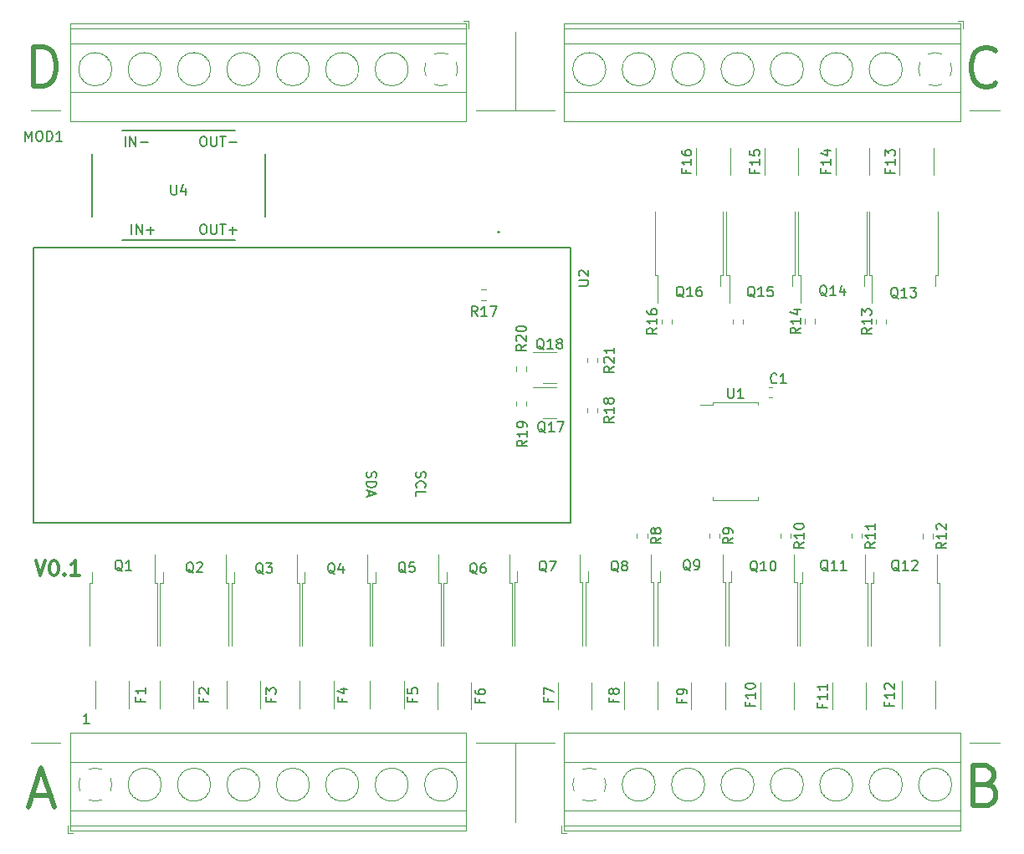
<source format=gbr>
%TF.GenerationSoftware,KiCad,Pcbnew,7.0.10*%
%TF.CreationDate,2024-02-03T19:37:43+01:00*%
%TF.ProjectId,led_stairs_controller,6c65645f-7374-4616-9972-735f636f6e74,V0.1*%
%TF.SameCoordinates,Original*%
%TF.FileFunction,Legend,Top*%
%TF.FilePolarity,Positive*%
%FSLAX46Y46*%
G04 Gerber Fmt 4.6, Leading zero omitted, Abs format (unit mm)*
G04 Created by KiCad (PCBNEW 7.0.10) date 2024-02-03 19:37:43*
%MOMM*%
%LPD*%
G01*
G04 APERTURE LIST*
%ADD10C,0.300000*%
%ADD11C,0.150000*%
%ADD12C,0.500000*%
%ADD13C,0.120000*%
%ADD14C,0.127000*%
%ADD15C,0.200000*%
G04 APERTURE END LIST*
D10*
X102640225Y-110900828D02*
X103140225Y-112400828D01*
X103140225Y-112400828D02*
X103640225Y-110900828D01*
X104425939Y-110900828D02*
X104568796Y-110900828D01*
X104568796Y-110900828D02*
X104711653Y-110972257D01*
X104711653Y-110972257D02*
X104783082Y-111043685D01*
X104783082Y-111043685D02*
X104854510Y-111186542D01*
X104854510Y-111186542D02*
X104925939Y-111472257D01*
X104925939Y-111472257D02*
X104925939Y-111829400D01*
X104925939Y-111829400D02*
X104854510Y-112115114D01*
X104854510Y-112115114D02*
X104783082Y-112257971D01*
X104783082Y-112257971D02*
X104711653Y-112329400D01*
X104711653Y-112329400D02*
X104568796Y-112400828D01*
X104568796Y-112400828D02*
X104425939Y-112400828D01*
X104425939Y-112400828D02*
X104283082Y-112329400D01*
X104283082Y-112329400D02*
X104211653Y-112257971D01*
X104211653Y-112257971D02*
X104140224Y-112115114D01*
X104140224Y-112115114D02*
X104068796Y-111829400D01*
X104068796Y-111829400D02*
X104068796Y-111472257D01*
X104068796Y-111472257D02*
X104140224Y-111186542D01*
X104140224Y-111186542D02*
X104211653Y-111043685D01*
X104211653Y-111043685D02*
X104283082Y-110972257D01*
X104283082Y-110972257D02*
X104425939Y-110900828D01*
X105568795Y-112257971D02*
X105640224Y-112329400D01*
X105640224Y-112329400D02*
X105568795Y-112400828D01*
X105568795Y-112400828D02*
X105497367Y-112329400D01*
X105497367Y-112329400D02*
X105568795Y-112257971D01*
X105568795Y-112257971D02*
X105568795Y-112400828D01*
X107068796Y-112400828D02*
X106211653Y-112400828D01*
X106640224Y-112400828D02*
X106640224Y-110900828D01*
X106640224Y-110900828D02*
X106497367Y-111115114D01*
X106497367Y-111115114D02*
X106354510Y-111257971D01*
X106354510Y-111257971D02*
X106211653Y-111329400D01*
D11*
X108060588Y-127369819D02*
X107489160Y-127369819D01*
X107774874Y-127369819D02*
X107774874Y-126369819D01*
X107774874Y-126369819D02*
X107679636Y-126512676D01*
X107679636Y-126512676D02*
X107584398Y-126607914D01*
X107584398Y-126607914D02*
X107489160Y-126655533D01*
X165904819Y-108566666D02*
X165428628Y-108899999D01*
X165904819Y-109138094D02*
X164904819Y-109138094D01*
X164904819Y-109138094D02*
X164904819Y-108757142D01*
X164904819Y-108757142D02*
X164952438Y-108661904D01*
X164952438Y-108661904D02*
X165000057Y-108614285D01*
X165000057Y-108614285D02*
X165095295Y-108566666D01*
X165095295Y-108566666D02*
X165238152Y-108566666D01*
X165238152Y-108566666D02*
X165333390Y-108614285D01*
X165333390Y-108614285D02*
X165381009Y-108661904D01*
X165381009Y-108661904D02*
X165428628Y-108757142D01*
X165428628Y-108757142D02*
X165428628Y-109138094D01*
X165333390Y-107995237D02*
X165285771Y-108090475D01*
X165285771Y-108090475D02*
X165238152Y-108138094D01*
X165238152Y-108138094D02*
X165142914Y-108185713D01*
X165142914Y-108185713D02*
X165095295Y-108185713D01*
X165095295Y-108185713D02*
X165000057Y-108138094D01*
X165000057Y-108138094D02*
X164952438Y-108090475D01*
X164952438Y-108090475D02*
X164904819Y-107995237D01*
X164904819Y-107995237D02*
X164904819Y-107804761D01*
X164904819Y-107804761D02*
X164952438Y-107709523D01*
X164952438Y-107709523D02*
X165000057Y-107661904D01*
X165000057Y-107661904D02*
X165095295Y-107614285D01*
X165095295Y-107614285D02*
X165142914Y-107614285D01*
X165142914Y-107614285D02*
X165238152Y-107661904D01*
X165238152Y-107661904D02*
X165285771Y-107709523D01*
X165285771Y-107709523D02*
X165333390Y-107804761D01*
X165333390Y-107804761D02*
X165333390Y-107995237D01*
X165333390Y-107995237D02*
X165381009Y-108090475D01*
X165381009Y-108090475D02*
X165428628Y-108138094D01*
X165428628Y-108138094D02*
X165523866Y-108185713D01*
X165523866Y-108185713D02*
X165714342Y-108185713D01*
X165714342Y-108185713D02*
X165809580Y-108138094D01*
X165809580Y-108138094D02*
X165857200Y-108090475D01*
X165857200Y-108090475D02*
X165904819Y-107995237D01*
X165904819Y-107995237D02*
X165904819Y-107804761D01*
X165904819Y-107804761D02*
X165857200Y-107709523D01*
X165857200Y-107709523D02*
X165809580Y-107661904D01*
X165809580Y-107661904D02*
X165714342Y-107614285D01*
X165714342Y-107614285D02*
X165523866Y-107614285D01*
X165523866Y-107614285D02*
X165428628Y-107661904D01*
X165428628Y-107661904D02*
X165381009Y-107709523D01*
X165381009Y-107709523D02*
X165333390Y-107804761D01*
X165524819Y-87342857D02*
X165048628Y-87676190D01*
X165524819Y-87914285D02*
X164524819Y-87914285D01*
X164524819Y-87914285D02*
X164524819Y-87533333D01*
X164524819Y-87533333D02*
X164572438Y-87438095D01*
X164572438Y-87438095D02*
X164620057Y-87390476D01*
X164620057Y-87390476D02*
X164715295Y-87342857D01*
X164715295Y-87342857D02*
X164858152Y-87342857D01*
X164858152Y-87342857D02*
X164953390Y-87390476D01*
X164953390Y-87390476D02*
X165001009Y-87438095D01*
X165001009Y-87438095D02*
X165048628Y-87533333D01*
X165048628Y-87533333D02*
X165048628Y-87914285D01*
X165524819Y-86390476D02*
X165524819Y-86961904D01*
X165524819Y-86676190D02*
X164524819Y-86676190D01*
X164524819Y-86676190D02*
X164667676Y-86771428D01*
X164667676Y-86771428D02*
X164762914Y-86866666D01*
X164762914Y-86866666D02*
X164810533Y-86961904D01*
X164524819Y-85533333D02*
X164524819Y-85723809D01*
X164524819Y-85723809D02*
X164572438Y-85819047D01*
X164572438Y-85819047D02*
X164620057Y-85866666D01*
X164620057Y-85866666D02*
X164762914Y-85961904D01*
X164762914Y-85961904D02*
X164953390Y-86009523D01*
X164953390Y-86009523D02*
X165334342Y-86009523D01*
X165334342Y-86009523D02*
X165429580Y-85961904D01*
X165429580Y-85961904D02*
X165477200Y-85914285D01*
X165477200Y-85914285D02*
X165524819Y-85819047D01*
X165524819Y-85819047D02*
X165524819Y-85628571D01*
X165524819Y-85628571D02*
X165477200Y-85533333D01*
X165477200Y-85533333D02*
X165429580Y-85485714D01*
X165429580Y-85485714D02*
X165334342Y-85438095D01*
X165334342Y-85438095D02*
X165096247Y-85438095D01*
X165096247Y-85438095D02*
X165001009Y-85485714D01*
X165001009Y-85485714D02*
X164953390Y-85533333D01*
X164953390Y-85533333D02*
X164905771Y-85628571D01*
X164905771Y-85628571D02*
X164905771Y-85819047D01*
X164905771Y-85819047D02*
X164953390Y-85914285D01*
X164953390Y-85914285D02*
X165001009Y-85961904D01*
X165001009Y-85961904D02*
X165096247Y-86009523D01*
X172700595Y-93454819D02*
X172700595Y-94264342D01*
X172700595Y-94264342D02*
X172748214Y-94359580D01*
X172748214Y-94359580D02*
X172795833Y-94407200D01*
X172795833Y-94407200D02*
X172891071Y-94454819D01*
X172891071Y-94454819D02*
X173081547Y-94454819D01*
X173081547Y-94454819D02*
X173176785Y-94407200D01*
X173176785Y-94407200D02*
X173224404Y-94359580D01*
X173224404Y-94359580D02*
X173272023Y-94264342D01*
X173272023Y-94264342D02*
X173272023Y-93454819D01*
X174272023Y-94454819D02*
X173700595Y-94454819D01*
X173986309Y-94454819D02*
X173986309Y-93454819D01*
X173986309Y-93454819D02*
X173891071Y-93597676D01*
X173891071Y-93597676D02*
X173795833Y-93692914D01*
X173795833Y-93692914D02*
X173700595Y-93740533D01*
X175381009Y-71309523D02*
X175381009Y-71642856D01*
X175904819Y-71642856D02*
X174904819Y-71642856D01*
X174904819Y-71642856D02*
X174904819Y-71166666D01*
X175904819Y-70261904D02*
X175904819Y-70833332D01*
X175904819Y-70547618D02*
X174904819Y-70547618D01*
X174904819Y-70547618D02*
X175047676Y-70642856D01*
X175047676Y-70642856D02*
X175142914Y-70738094D01*
X175142914Y-70738094D02*
X175190533Y-70833332D01*
X174904819Y-69357142D02*
X174904819Y-69833332D01*
X174904819Y-69833332D02*
X175381009Y-69880951D01*
X175381009Y-69880951D02*
X175333390Y-69833332D01*
X175333390Y-69833332D02*
X175285771Y-69738094D01*
X175285771Y-69738094D02*
X175285771Y-69499999D01*
X175285771Y-69499999D02*
X175333390Y-69404761D01*
X175333390Y-69404761D02*
X175381009Y-69357142D01*
X175381009Y-69357142D02*
X175476247Y-69309523D01*
X175476247Y-69309523D02*
X175714342Y-69309523D01*
X175714342Y-69309523D02*
X175809580Y-69357142D01*
X175809580Y-69357142D02*
X175857200Y-69404761D01*
X175857200Y-69404761D02*
X175904819Y-69499999D01*
X175904819Y-69499999D02*
X175904819Y-69738094D01*
X175904819Y-69738094D02*
X175857200Y-69833332D01*
X175857200Y-69833332D02*
X175809580Y-69880951D01*
X119631009Y-124833333D02*
X119631009Y-125166666D01*
X120154819Y-125166666D02*
X119154819Y-125166666D01*
X119154819Y-125166666D02*
X119154819Y-124690476D01*
X119250057Y-124357142D02*
X119202438Y-124309523D01*
X119202438Y-124309523D02*
X119154819Y-124214285D01*
X119154819Y-124214285D02*
X119154819Y-123976190D01*
X119154819Y-123976190D02*
X119202438Y-123880952D01*
X119202438Y-123880952D02*
X119250057Y-123833333D01*
X119250057Y-123833333D02*
X119345295Y-123785714D01*
X119345295Y-123785714D02*
X119440533Y-123785714D01*
X119440533Y-123785714D02*
X119583390Y-123833333D01*
X119583390Y-123833333D02*
X120154819Y-124404761D01*
X120154819Y-124404761D02*
X120154819Y-123785714D01*
X173204819Y-108566666D02*
X172728628Y-108899999D01*
X173204819Y-109138094D02*
X172204819Y-109138094D01*
X172204819Y-109138094D02*
X172204819Y-108757142D01*
X172204819Y-108757142D02*
X172252438Y-108661904D01*
X172252438Y-108661904D02*
X172300057Y-108614285D01*
X172300057Y-108614285D02*
X172395295Y-108566666D01*
X172395295Y-108566666D02*
X172538152Y-108566666D01*
X172538152Y-108566666D02*
X172633390Y-108614285D01*
X172633390Y-108614285D02*
X172681009Y-108661904D01*
X172681009Y-108661904D02*
X172728628Y-108757142D01*
X172728628Y-108757142D02*
X172728628Y-109138094D01*
X173204819Y-108090475D02*
X173204819Y-107899999D01*
X173204819Y-107899999D02*
X173157200Y-107804761D01*
X173157200Y-107804761D02*
X173109580Y-107757142D01*
X173109580Y-107757142D02*
X172966723Y-107661904D01*
X172966723Y-107661904D02*
X172776247Y-107614285D01*
X172776247Y-107614285D02*
X172395295Y-107614285D01*
X172395295Y-107614285D02*
X172300057Y-107661904D01*
X172300057Y-107661904D02*
X172252438Y-107709523D01*
X172252438Y-107709523D02*
X172204819Y-107804761D01*
X172204819Y-107804761D02*
X172204819Y-107995237D01*
X172204819Y-107995237D02*
X172252438Y-108090475D01*
X172252438Y-108090475D02*
X172300057Y-108138094D01*
X172300057Y-108138094D02*
X172395295Y-108185713D01*
X172395295Y-108185713D02*
X172633390Y-108185713D01*
X172633390Y-108185713D02*
X172728628Y-108138094D01*
X172728628Y-108138094D02*
X172776247Y-108090475D01*
X172776247Y-108090475D02*
X172823866Y-107995237D01*
X172823866Y-107995237D02*
X172823866Y-107804761D01*
X172823866Y-107804761D02*
X172776247Y-107709523D01*
X172776247Y-107709523D02*
X172728628Y-107661904D01*
X172728628Y-107661904D02*
X172633390Y-107614285D01*
X111424761Y-111950057D02*
X111329523Y-111902438D01*
X111329523Y-111902438D02*
X111234285Y-111807200D01*
X111234285Y-111807200D02*
X111091428Y-111664342D01*
X111091428Y-111664342D02*
X110996190Y-111616723D01*
X110996190Y-111616723D02*
X110900952Y-111616723D01*
X110948571Y-111854819D02*
X110853333Y-111807200D01*
X110853333Y-111807200D02*
X110758095Y-111711961D01*
X110758095Y-111711961D02*
X110710476Y-111521485D01*
X110710476Y-111521485D02*
X110710476Y-111188152D01*
X110710476Y-111188152D02*
X110758095Y-110997676D01*
X110758095Y-110997676D02*
X110853333Y-110902438D01*
X110853333Y-110902438D02*
X110948571Y-110854819D01*
X110948571Y-110854819D02*
X111139047Y-110854819D01*
X111139047Y-110854819D02*
X111234285Y-110902438D01*
X111234285Y-110902438D02*
X111329523Y-110997676D01*
X111329523Y-110997676D02*
X111377142Y-111188152D01*
X111377142Y-111188152D02*
X111377142Y-111521485D01*
X111377142Y-111521485D02*
X111329523Y-111711961D01*
X111329523Y-111711961D02*
X111234285Y-111807200D01*
X111234285Y-111807200D02*
X111139047Y-111854819D01*
X111139047Y-111854819D02*
X110948571Y-111854819D01*
X112329523Y-111854819D02*
X111758095Y-111854819D01*
X112043809Y-111854819D02*
X112043809Y-110854819D01*
X112043809Y-110854819D02*
X111948571Y-110997676D01*
X111948571Y-110997676D02*
X111853333Y-111092914D01*
X111853333Y-111092914D02*
X111758095Y-111140533D01*
X161629761Y-112025057D02*
X161534523Y-111977438D01*
X161534523Y-111977438D02*
X161439285Y-111882200D01*
X161439285Y-111882200D02*
X161296428Y-111739342D01*
X161296428Y-111739342D02*
X161201190Y-111691723D01*
X161201190Y-111691723D02*
X161105952Y-111691723D01*
X161153571Y-111929819D02*
X161058333Y-111882200D01*
X161058333Y-111882200D02*
X160963095Y-111786961D01*
X160963095Y-111786961D02*
X160915476Y-111596485D01*
X160915476Y-111596485D02*
X160915476Y-111263152D01*
X160915476Y-111263152D02*
X160963095Y-111072676D01*
X160963095Y-111072676D02*
X161058333Y-110977438D01*
X161058333Y-110977438D02*
X161153571Y-110929819D01*
X161153571Y-110929819D02*
X161344047Y-110929819D01*
X161344047Y-110929819D02*
X161439285Y-110977438D01*
X161439285Y-110977438D02*
X161534523Y-111072676D01*
X161534523Y-111072676D02*
X161582142Y-111263152D01*
X161582142Y-111263152D02*
X161582142Y-111596485D01*
X161582142Y-111596485D02*
X161534523Y-111786961D01*
X161534523Y-111786961D02*
X161439285Y-111882200D01*
X161439285Y-111882200D02*
X161344047Y-111929819D01*
X161344047Y-111929819D02*
X161153571Y-111929819D01*
X162153571Y-111358390D02*
X162058333Y-111310771D01*
X162058333Y-111310771D02*
X162010714Y-111263152D01*
X162010714Y-111263152D02*
X161963095Y-111167914D01*
X161963095Y-111167914D02*
X161963095Y-111120295D01*
X161963095Y-111120295D02*
X162010714Y-111025057D01*
X162010714Y-111025057D02*
X162058333Y-110977438D01*
X162058333Y-110977438D02*
X162153571Y-110929819D01*
X162153571Y-110929819D02*
X162344047Y-110929819D01*
X162344047Y-110929819D02*
X162439285Y-110977438D01*
X162439285Y-110977438D02*
X162486904Y-111025057D01*
X162486904Y-111025057D02*
X162534523Y-111120295D01*
X162534523Y-111120295D02*
X162534523Y-111167914D01*
X162534523Y-111167914D02*
X162486904Y-111263152D01*
X162486904Y-111263152D02*
X162439285Y-111310771D01*
X162439285Y-111310771D02*
X162344047Y-111358390D01*
X162344047Y-111358390D02*
X162153571Y-111358390D01*
X162153571Y-111358390D02*
X162058333Y-111406009D01*
X162058333Y-111406009D02*
X162010714Y-111453628D01*
X162010714Y-111453628D02*
X161963095Y-111548866D01*
X161963095Y-111548866D02*
X161963095Y-111739342D01*
X161963095Y-111739342D02*
X162010714Y-111834580D01*
X162010714Y-111834580D02*
X162058333Y-111882200D01*
X162058333Y-111882200D02*
X162153571Y-111929819D01*
X162153571Y-111929819D02*
X162344047Y-111929819D01*
X162344047Y-111929819D02*
X162439285Y-111882200D01*
X162439285Y-111882200D02*
X162486904Y-111834580D01*
X162486904Y-111834580D02*
X162534523Y-111739342D01*
X162534523Y-111739342D02*
X162534523Y-111548866D01*
X162534523Y-111548866D02*
X162486904Y-111453628D01*
X162486904Y-111453628D02*
X162439285Y-111406009D01*
X162439285Y-111406009D02*
X162344047Y-111358390D01*
X147324761Y-112250057D02*
X147229523Y-112202438D01*
X147229523Y-112202438D02*
X147134285Y-112107200D01*
X147134285Y-112107200D02*
X146991428Y-111964342D01*
X146991428Y-111964342D02*
X146896190Y-111916723D01*
X146896190Y-111916723D02*
X146800952Y-111916723D01*
X146848571Y-112154819D02*
X146753333Y-112107200D01*
X146753333Y-112107200D02*
X146658095Y-112011961D01*
X146658095Y-112011961D02*
X146610476Y-111821485D01*
X146610476Y-111821485D02*
X146610476Y-111488152D01*
X146610476Y-111488152D02*
X146658095Y-111297676D01*
X146658095Y-111297676D02*
X146753333Y-111202438D01*
X146753333Y-111202438D02*
X146848571Y-111154819D01*
X146848571Y-111154819D02*
X147039047Y-111154819D01*
X147039047Y-111154819D02*
X147134285Y-111202438D01*
X147134285Y-111202438D02*
X147229523Y-111297676D01*
X147229523Y-111297676D02*
X147277142Y-111488152D01*
X147277142Y-111488152D02*
X147277142Y-111821485D01*
X147277142Y-111821485D02*
X147229523Y-112011961D01*
X147229523Y-112011961D02*
X147134285Y-112107200D01*
X147134285Y-112107200D02*
X147039047Y-112154819D01*
X147039047Y-112154819D02*
X146848571Y-112154819D01*
X148134285Y-111154819D02*
X147943809Y-111154819D01*
X147943809Y-111154819D02*
X147848571Y-111202438D01*
X147848571Y-111202438D02*
X147800952Y-111250057D01*
X147800952Y-111250057D02*
X147705714Y-111392914D01*
X147705714Y-111392914D02*
X147658095Y-111583390D01*
X147658095Y-111583390D02*
X147658095Y-111964342D01*
X147658095Y-111964342D02*
X147705714Y-112059580D01*
X147705714Y-112059580D02*
X147753333Y-112107200D01*
X147753333Y-112107200D02*
X147848571Y-112154819D01*
X147848571Y-112154819D02*
X148039047Y-112154819D01*
X148039047Y-112154819D02*
X148134285Y-112107200D01*
X148134285Y-112107200D02*
X148181904Y-112059580D01*
X148181904Y-112059580D02*
X148229523Y-111964342D01*
X148229523Y-111964342D02*
X148229523Y-111726247D01*
X148229523Y-111726247D02*
X148181904Y-111631009D01*
X148181904Y-111631009D02*
X148134285Y-111583390D01*
X148134285Y-111583390D02*
X148039047Y-111535771D01*
X148039047Y-111535771D02*
X147848571Y-111535771D01*
X147848571Y-111535771D02*
X147753333Y-111583390D01*
X147753333Y-111583390D02*
X147705714Y-111631009D01*
X147705714Y-111631009D02*
X147658095Y-111726247D01*
X140781009Y-124833333D02*
X140781009Y-125166666D01*
X141304819Y-125166666D02*
X140304819Y-125166666D01*
X140304819Y-125166666D02*
X140304819Y-124690476D01*
X140304819Y-123833333D02*
X140304819Y-124309523D01*
X140304819Y-124309523D02*
X140781009Y-124357142D01*
X140781009Y-124357142D02*
X140733390Y-124309523D01*
X140733390Y-124309523D02*
X140685771Y-124214285D01*
X140685771Y-124214285D02*
X140685771Y-123976190D01*
X140685771Y-123976190D02*
X140733390Y-123880952D01*
X140733390Y-123880952D02*
X140781009Y-123833333D01*
X140781009Y-123833333D02*
X140876247Y-123785714D01*
X140876247Y-123785714D02*
X141114342Y-123785714D01*
X141114342Y-123785714D02*
X141209580Y-123833333D01*
X141209580Y-123833333D02*
X141257200Y-123880952D01*
X141257200Y-123880952D02*
X141304819Y-123976190D01*
X141304819Y-123976190D02*
X141304819Y-124214285D01*
X141304819Y-124214285D02*
X141257200Y-124309523D01*
X141257200Y-124309523D02*
X141209580Y-124357142D01*
X175693571Y-112025057D02*
X175598333Y-111977438D01*
X175598333Y-111977438D02*
X175503095Y-111882200D01*
X175503095Y-111882200D02*
X175360238Y-111739342D01*
X175360238Y-111739342D02*
X175265000Y-111691723D01*
X175265000Y-111691723D02*
X175169762Y-111691723D01*
X175217381Y-111929819D02*
X175122143Y-111882200D01*
X175122143Y-111882200D02*
X175026905Y-111786961D01*
X175026905Y-111786961D02*
X174979286Y-111596485D01*
X174979286Y-111596485D02*
X174979286Y-111263152D01*
X174979286Y-111263152D02*
X175026905Y-111072676D01*
X175026905Y-111072676D02*
X175122143Y-110977438D01*
X175122143Y-110977438D02*
X175217381Y-110929819D01*
X175217381Y-110929819D02*
X175407857Y-110929819D01*
X175407857Y-110929819D02*
X175503095Y-110977438D01*
X175503095Y-110977438D02*
X175598333Y-111072676D01*
X175598333Y-111072676D02*
X175645952Y-111263152D01*
X175645952Y-111263152D02*
X175645952Y-111596485D01*
X175645952Y-111596485D02*
X175598333Y-111786961D01*
X175598333Y-111786961D02*
X175503095Y-111882200D01*
X175503095Y-111882200D02*
X175407857Y-111929819D01*
X175407857Y-111929819D02*
X175217381Y-111929819D01*
X176598333Y-111929819D02*
X176026905Y-111929819D01*
X176312619Y-111929819D02*
X176312619Y-110929819D01*
X176312619Y-110929819D02*
X176217381Y-111072676D01*
X176217381Y-111072676D02*
X176122143Y-111167914D01*
X176122143Y-111167914D02*
X176026905Y-111215533D01*
X177217381Y-110929819D02*
X177312619Y-110929819D01*
X177312619Y-110929819D02*
X177407857Y-110977438D01*
X177407857Y-110977438D02*
X177455476Y-111025057D01*
X177455476Y-111025057D02*
X177503095Y-111120295D01*
X177503095Y-111120295D02*
X177550714Y-111310771D01*
X177550714Y-111310771D02*
X177550714Y-111548866D01*
X177550714Y-111548866D02*
X177503095Y-111739342D01*
X177503095Y-111739342D02*
X177455476Y-111834580D01*
X177455476Y-111834580D02*
X177407857Y-111882200D01*
X177407857Y-111882200D02*
X177312619Y-111929819D01*
X177312619Y-111929819D02*
X177217381Y-111929819D01*
X177217381Y-111929819D02*
X177122143Y-111882200D01*
X177122143Y-111882200D02*
X177074524Y-111834580D01*
X177074524Y-111834580D02*
X177026905Y-111739342D01*
X177026905Y-111739342D02*
X176979286Y-111548866D01*
X176979286Y-111548866D02*
X176979286Y-111310771D01*
X176979286Y-111310771D02*
X177026905Y-111120295D01*
X177026905Y-111120295D02*
X177074524Y-111025057D01*
X177074524Y-111025057D02*
X177122143Y-110977438D01*
X177122143Y-110977438D02*
X177217381Y-110929819D01*
X189031009Y-125309523D02*
X189031009Y-125642856D01*
X189554819Y-125642856D02*
X188554819Y-125642856D01*
X188554819Y-125642856D02*
X188554819Y-125166666D01*
X189554819Y-124261904D02*
X189554819Y-124833332D01*
X189554819Y-124547618D02*
X188554819Y-124547618D01*
X188554819Y-124547618D02*
X188697676Y-124642856D01*
X188697676Y-124642856D02*
X188792914Y-124738094D01*
X188792914Y-124738094D02*
X188840533Y-124833332D01*
X188650057Y-123880951D02*
X188602438Y-123833332D01*
X188602438Y-123833332D02*
X188554819Y-123738094D01*
X188554819Y-123738094D02*
X188554819Y-123499999D01*
X188554819Y-123499999D02*
X188602438Y-123404761D01*
X188602438Y-123404761D02*
X188650057Y-123357142D01*
X188650057Y-123357142D02*
X188745295Y-123309523D01*
X188745295Y-123309523D02*
X188840533Y-123309523D01*
X188840533Y-123309523D02*
X188983390Y-123357142D01*
X188983390Y-123357142D02*
X189554819Y-123928570D01*
X189554819Y-123928570D02*
X189554819Y-123309523D01*
X152354819Y-98742857D02*
X151878628Y-99076190D01*
X152354819Y-99314285D02*
X151354819Y-99314285D01*
X151354819Y-99314285D02*
X151354819Y-98933333D01*
X151354819Y-98933333D02*
X151402438Y-98838095D01*
X151402438Y-98838095D02*
X151450057Y-98790476D01*
X151450057Y-98790476D02*
X151545295Y-98742857D01*
X151545295Y-98742857D02*
X151688152Y-98742857D01*
X151688152Y-98742857D02*
X151783390Y-98790476D01*
X151783390Y-98790476D02*
X151831009Y-98838095D01*
X151831009Y-98838095D02*
X151878628Y-98933333D01*
X151878628Y-98933333D02*
X151878628Y-99314285D01*
X152354819Y-97790476D02*
X152354819Y-98361904D01*
X152354819Y-98076190D02*
X151354819Y-98076190D01*
X151354819Y-98076190D02*
X151497676Y-98171428D01*
X151497676Y-98171428D02*
X151592914Y-98266666D01*
X151592914Y-98266666D02*
X151640533Y-98361904D01*
X152354819Y-97314285D02*
X152354819Y-97123809D01*
X152354819Y-97123809D02*
X152307200Y-97028571D01*
X152307200Y-97028571D02*
X152259580Y-96980952D01*
X152259580Y-96980952D02*
X152116723Y-96885714D01*
X152116723Y-96885714D02*
X151926247Y-96838095D01*
X151926247Y-96838095D02*
X151545295Y-96838095D01*
X151545295Y-96838095D02*
X151450057Y-96885714D01*
X151450057Y-96885714D02*
X151402438Y-96933333D01*
X151402438Y-96933333D02*
X151354819Y-97028571D01*
X151354819Y-97028571D02*
X151354819Y-97219047D01*
X151354819Y-97219047D02*
X151402438Y-97314285D01*
X151402438Y-97314285D02*
X151450057Y-97361904D01*
X151450057Y-97361904D02*
X151545295Y-97409523D01*
X151545295Y-97409523D02*
X151783390Y-97409523D01*
X151783390Y-97409523D02*
X151878628Y-97361904D01*
X151878628Y-97361904D02*
X151926247Y-97314285D01*
X151926247Y-97314285D02*
X151973866Y-97219047D01*
X151973866Y-97219047D02*
X151973866Y-97028571D01*
X151973866Y-97028571D02*
X151926247Y-96933333D01*
X151926247Y-96933333D02*
X151878628Y-96885714D01*
X151878628Y-96885714D02*
X151783390Y-96838095D01*
X147357142Y-86154819D02*
X147023809Y-85678628D01*
X146785714Y-86154819D02*
X146785714Y-85154819D01*
X146785714Y-85154819D02*
X147166666Y-85154819D01*
X147166666Y-85154819D02*
X147261904Y-85202438D01*
X147261904Y-85202438D02*
X147309523Y-85250057D01*
X147309523Y-85250057D02*
X147357142Y-85345295D01*
X147357142Y-85345295D02*
X147357142Y-85488152D01*
X147357142Y-85488152D02*
X147309523Y-85583390D01*
X147309523Y-85583390D02*
X147261904Y-85631009D01*
X147261904Y-85631009D02*
X147166666Y-85678628D01*
X147166666Y-85678628D02*
X146785714Y-85678628D01*
X148309523Y-86154819D02*
X147738095Y-86154819D01*
X148023809Y-86154819D02*
X148023809Y-85154819D01*
X148023809Y-85154819D02*
X147928571Y-85297676D01*
X147928571Y-85297676D02*
X147833333Y-85392914D01*
X147833333Y-85392914D02*
X147738095Y-85440533D01*
X148642857Y-85154819D02*
X149309523Y-85154819D01*
X149309523Y-85154819D02*
X148880952Y-86154819D01*
X125684761Y-112250057D02*
X125589523Y-112202438D01*
X125589523Y-112202438D02*
X125494285Y-112107200D01*
X125494285Y-112107200D02*
X125351428Y-111964342D01*
X125351428Y-111964342D02*
X125256190Y-111916723D01*
X125256190Y-111916723D02*
X125160952Y-111916723D01*
X125208571Y-112154819D02*
X125113333Y-112107200D01*
X125113333Y-112107200D02*
X125018095Y-112011961D01*
X125018095Y-112011961D02*
X124970476Y-111821485D01*
X124970476Y-111821485D02*
X124970476Y-111488152D01*
X124970476Y-111488152D02*
X125018095Y-111297676D01*
X125018095Y-111297676D02*
X125113333Y-111202438D01*
X125113333Y-111202438D02*
X125208571Y-111154819D01*
X125208571Y-111154819D02*
X125399047Y-111154819D01*
X125399047Y-111154819D02*
X125494285Y-111202438D01*
X125494285Y-111202438D02*
X125589523Y-111297676D01*
X125589523Y-111297676D02*
X125637142Y-111488152D01*
X125637142Y-111488152D02*
X125637142Y-111821485D01*
X125637142Y-111821485D02*
X125589523Y-112011961D01*
X125589523Y-112011961D02*
X125494285Y-112107200D01*
X125494285Y-112107200D02*
X125399047Y-112154819D01*
X125399047Y-112154819D02*
X125208571Y-112154819D01*
X125970476Y-111154819D02*
X126589523Y-111154819D01*
X126589523Y-111154819D02*
X126256190Y-111535771D01*
X126256190Y-111535771D02*
X126399047Y-111535771D01*
X126399047Y-111535771D02*
X126494285Y-111583390D01*
X126494285Y-111583390D02*
X126541904Y-111631009D01*
X126541904Y-111631009D02*
X126589523Y-111726247D01*
X126589523Y-111726247D02*
X126589523Y-111964342D01*
X126589523Y-111964342D02*
X126541904Y-112059580D01*
X126541904Y-112059580D02*
X126494285Y-112107200D01*
X126494285Y-112107200D02*
X126399047Y-112154819D01*
X126399047Y-112154819D02*
X126113333Y-112154819D01*
X126113333Y-112154819D02*
X126018095Y-112107200D01*
X126018095Y-112107200D02*
X125970476Y-112059580D01*
X168481009Y-71309523D02*
X168481009Y-71642856D01*
X169004819Y-71642856D02*
X168004819Y-71642856D01*
X168004819Y-71642856D02*
X168004819Y-71166666D01*
X169004819Y-70261904D02*
X169004819Y-70833332D01*
X169004819Y-70547618D02*
X168004819Y-70547618D01*
X168004819Y-70547618D02*
X168147676Y-70642856D01*
X168147676Y-70642856D02*
X168242914Y-70738094D01*
X168242914Y-70738094D02*
X168290533Y-70833332D01*
X168004819Y-69404761D02*
X168004819Y-69595237D01*
X168004819Y-69595237D02*
X168052438Y-69690475D01*
X168052438Y-69690475D02*
X168100057Y-69738094D01*
X168100057Y-69738094D02*
X168242914Y-69833332D01*
X168242914Y-69833332D02*
X168433390Y-69880951D01*
X168433390Y-69880951D02*
X168814342Y-69880951D01*
X168814342Y-69880951D02*
X168909580Y-69833332D01*
X168909580Y-69833332D02*
X168957200Y-69785713D01*
X168957200Y-69785713D02*
X169004819Y-69690475D01*
X169004819Y-69690475D02*
X169004819Y-69499999D01*
X169004819Y-69499999D02*
X168957200Y-69404761D01*
X168957200Y-69404761D02*
X168909580Y-69357142D01*
X168909580Y-69357142D02*
X168814342Y-69309523D01*
X168814342Y-69309523D02*
X168576247Y-69309523D01*
X168576247Y-69309523D02*
X168481009Y-69357142D01*
X168481009Y-69357142D02*
X168433390Y-69404761D01*
X168433390Y-69404761D02*
X168385771Y-69499999D01*
X168385771Y-69499999D02*
X168385771Y-69690475D01*
X168385771Y-69690475D02*
X168433390Y-69785713D01*
X168433390Y-69785713D02*
X168481009Y-69833332D01*
X168481009Y-69833332D02*
X168576247Y-69880951D01*
X161131009Y-124895833D02*
X161131009Y-125229166D01*
X161654819Y-125229166D02*
X160654819Y-125229166D01*
X160654819Y-125229166D02*
X160654819Y-124752976D01*
X161083390Y-124229166D02*
X161035771Y-124324404D01*
X161035771Y-124324404D02*
X160988152Y-124372023D01*
X160988152Y-124372023D02*
X160892914Y-124419642D01*
X160892914Y-124419642D02*
X160845295Y-124419642D01*
X160845295Y-124419642D02*
X160750057Y-124372023D01*
X160750057Y-124372023D02*
X160702438Y-124324404D01*
X160702438Y-124324404D02*
X160654819Y-124229166D01*
X160654819Y-124229166D02*
X160654819Y-124038690D01*
X160654819Y-124038690D02*
X160702438Y-123943452D01*
X160702438Y-123943452D02*
X160750057Y-123895833D01*
X160750057Y-123895833D02*
X160845295Y-123848214D01*
X160845295Y-123848214D02*
X160892914Y-123848214D01*
X160892914Y-123848214D02*
X160988152Y-123895833D01*
X160988152Y-123895833D02*
X161035771Y-123943452D01*
X161035771Y-123943452D02*
X161083390Y-124038690D01*
X161083390Y-124038690D02*
X161083390Y-124229166D01*
X161083390Y-124229166D02*
X161131009Y-124324404D01*
X161131009Y-124324404D02*
X161178628Y-124372023D01*
X161178628Y-124372023D02*
X161273866Y-124419642D01*
X161273866Y-124419642D02*
X161464342Y-124419642D01*
X161464342Y-124419642D02*
X161559580Y-124372023D01*
X161559580Y-124372023D02*
X161607200Y-124324404D01*
X161607200Y-124324404D02*
X161654819Y-124229166D01*
X161654819Y-124229166D02*
X161654819Y-124038690D01*
X161654819Y-124038690D02*
X161607200Y-123943452D01*
X161607200Y-123943452D02*
X161559580Y-123895833D01*
X161559580Y-123895833D02*
X161464342Y-123848214D01*
X161464342Y-123848214D02*
X161273866Y-123848214D01*
X161273866Y-123848214D02*
X161178628Y-123895833D01*
X161178628Y-123895833D02*
X161131009Y-123943452D01*
X161131009Y-123943452D02*
X161083390Y-124038690D01*
X168228571Y-84250057D02*
X168133333Y-84202438D01*
X168133333Y-84202438D02*
X168038095Y-84107200D01*
X168038095Y-84107200D02*
X167895238Y-83964342D01*
X167895238Y-83964342D02*
X167800000Y-83916723D01*
X167800000Y-83916723D02*
X167704762Y-83916723D01*
X167752381Y-84154819D02*
X167657143Y-84107200D01*
X167657143Y-84107200D02*
X167561905Y-84011961D01*
X167561905Y-84011961D02*
X167514286Y-83821485D01*
X167514286Y-83821485D02*
X167514286Y-83488152D01*
X167514286Y-83488152D02*
X167561905Y-83297676D01*
X167561905Y-83297676D02*
X167657143Y-83202438D01*
X167657143Y-83202438D02*
X167752381Y-83154819D01*
X167752381Y-83154819D02*
X167942857Y-83154819D01*
X167942857Y-83154819D02*
X168038095Y-83202438D01*
X168038095Y-83202438D02*
X168133333Y-83297676D01*
X168133333Y-83297676D02*
X168180952Y-83488152D01*
X168180952Y-83488152D02*
X168180952Y-83821485D01*
X168180952Y-83821485D02*
X168133333Y-84011961D01*
X168133333Y-84011961D02*
X168038095Y-84107200D01*
X168038095Y-84107200D02*
X167942857Y-84154819D01*
X167942857Y-84154819D02*
X167752381Y-84154819D01*
X169133333Y-84154819D02*
X168561905Y-84154819D01*
X168847619Y-84154819D02*
X168847619Y-83154819D01*
X168847619Y-83154819D02*
X168752381Y-83297676D01*
X168752381Y-83297676D02*
X168657143Y-83392914D01*
X168657143Y-83392914D02*
X168561905Y-83440533D01*
X169990476Y-83154819D02*
X169800000Y-83154819D01*
X169800000Y-83154819D02*
X169704762Y-83202438D01*
X169704762Y-83202438D02*
X169657143Y-83250057D01*
X169657143Y-83250057D02*
X169561905Y-83392914D01*
X169561905Y-83392914D02*
X169514286Y-83583390D01*
X169514286Y-83583390D02*
X169514286Y-83964342D01*
X169514286Y-83964342D02*
X169561905Y-84059580D01*
X169561905Y-84059580D02*
X169609524Y-84107200D01*
X169609524Y-84107200D02*
X169704762Y-84154819D01*
X169704762Y-84154819D02*
X169895238Y-84154819D01*
X169895238Y-84154819D02*
X169990476Y-84107200D01*
X169990476Y-84107200D02*
X170038095Y-84059580D01*
X170038095Y-84059580D02*
X170085714Y-83964342D01*
X170085714Y-83964342D02*
X170085714Y-83726247D01*
X170085714Y-83726247D02*
X170038095Y-83631009D01*
X170038095Y-83631009D02*
X169990476Y-83583390D01*
X169990476Y-83583390D02*
X169895238Y-83535771D01*
X169895238Y-83535771D02*
X169704762Y-83535771D01*
X169704762Y-83535771D02*
X169609524Y-83583390D01*
X169609524Y-83583390D02*
X169561905Y-83631009D01*
X169561905Y-83631009D02*
X169514286Y-83726247D01*
X154091071Y-89550057D02*
X153995833Y-89502438D01*
X153995833Y-89502438D02*
X153900595Y-89407200D01*
X153900595Y-89407200D02*
X153757738Y-89264342D01*
X153757738Y-89264342D02*
X153662500Y-89216723D01*
X153662500Y-89216723D02*
X153567262Y-89216723D01*
X153614881Y-89454819D02*
X153519643Y-89407200D01*
X153519643Y-89407200D02*
X153424405Y-89311961D01*
X153424405Y-89311961D02*
X153376786Y-89121485D01*
X153376786Y-89121485D02*
X153376786Y-88788152D01*
X153376786Y-88788152D02*
X153424405Y-88597676D01*
X153424405Y-88597676D02*
X153519643Y-88502438D01*
X153519643Y-88502438D02*
X153614881Y-88454819D01*
X153614881Y-88454819D02*
X153805357Y-88454819D01*
X153805357Y-88454819D02*
X153900595Y-88502438D01*
X153900595Y-88502438D02*
X153995833Y-88597676D01*
X153995833Y-88597676D02*
X154043452Y-88788152D01*
X154043452Y-88788152D02*
X154043452Y-89121485D01*
X154043452Y-89121485D02*
X153995833Y-89311961D01*
X153995833Y-89311961D02*
X153900595Y-89407200D01*
X153900595Y-89407200D02*
X153805357Y-89454819D01*
X153805357Y-89454819D02*
X153614881Y-89454819D01*
X154995833Y-89454819D02*
X154424405Y-89454819D01*
X154710119Y-89454819D02*
X154710119Y-88454819D01*
X154710119Y-88454819D02*
X154614881Y-88597676D01*
X154614881Y-88597676D02*
X154519643Y-88692914D01*
X154519643Y-88692914D02*
X154424405Y-88740533D01*
X155567262Y-88883390D02*
X155472024Y-88835771D01*
X155472024Y-88835771D02*
X155424405Y-88788152D01*
X155424405Y-88788152D02*
X155376786Y-88692914D01*
X155376786Y-88692914D02*
X155376786Y-88645295D01*
X155376786Y-88645295D02*
X155424405Y-88550057D01*
X155424405Y-88550057D02*
X155472024Y-88502438D01*
X155472024Y-88502438D02*
X155567262Y-88454819D01*
X155567262Y-88454819D02*
X155757738Y-88454819D01*
X155757738Y-88454819D02*
X155852976Y-88502438D01*
X155852976Y-88502438D02*
X155900595Y-88550057D01*
X155900595Y-88550057D02*
X155948214Y-88645295D01*
X155948214Y-88645295D02*
X155948214Y-88692914D01*
X155948214Y-88692914D02*
X155900595Y-88788152D01*
X155900595Y-88788152D02*
X155852976Y-88835771D01*
X155852976Y-88835771D02*
X155757738Y-88883390D01*
X155757738Y-88883390D02*
X155567262Y-88883390D01*
X155567262Y-88883390D02*
X155472024Y-88931009D01*
X155472024Y-88931009D02*
X155424405Y-88978628D01*
X155424405Y-88978628D02*
X155376786Y-89073866D01*
X155376786Y-89073866D02*
X155376786Y-89264342D01*
X155376786Y-89264342D02*
X155424405Y-89359580D01*
X155424405Y-89359580D02*
X155472024Y-89407200D01*
X155472024Y-89407200D02*
X155567262Y-89454819D01*
X155567262Y-89454819D02*
X155757738Y-89454819D01*
X155757738Y-89454819D02*
X155852976Y-89407200D01*
X155852976Y-89407200D02*
X155900595Y-89359580D01*
X155900595Y-89359580D02*
X155948214Y-89264342D01*
X155948214Y-89264342D02*
X155948214Y-89073866D01*
X155948214Y-89073866D02*
X155900595Y-88978628D01*
X155900595Y-88978628D02*
X155852976Y-88931009D01*
X155852976Y-88931009D02*
X155757738Y-88883390D01*
X168031009Y-124933333D02*
X168031009Y-125266666D01*
X168554819Y-125266666D02*
X167554819Y-125266666D01*
X167554819Y-125266666D02*
X167554819Y-124790476D01*
X168554819Y-124361904D02*
X168554819Y-124171428D01*
X168554819Y-124171428D02*
X168507200Y-124076190D01*
X168507200Y-124076190D02*
X168459580Y-124028571D01*
X168459580Y-124028571D02*
X168316723Y-123933333D01*
X168316723Y-123933333D02*
X168126247Y-123885714D01*
X168126247Y-123885714D02*
X167745295Y-123885714D01*
X167745295Y-123885714D02*
X167650057Y-123933333D01*
X167650057Y-123933333D02*
X167602438Y-123980952D01*
X167602438Y-123980952D02*
X167554819Y-124076190D01*
X167554819Y-124076190D02*
X167554819Y-124266666D01*
X167554819Y-124266666D02*
X167602438Y-124361904D01*
X167602438Y-124361904D02*
X167650057Y-124409523D01*
X167650057Y-124409523D02*
X167745295Y-124457142D01*
X167745295Y-124457142D02*
X167983390Y-124457142D01*
X167983390Y-124457142D02*
X168078628Y-124409523D01*
X168078628Y-124409523D02*
X168126247Y-124361904D01*
X168126247Y-124361904D02*
X168173866Y-124266666D01*
X168173866Y-124266666D02*
X168173866Y-124076190D01*
X168173866Y-124076190D02*
X168126247Y-123980952D01*
X168126247Y-123980952D02*
X168078628Y-123933333D01*
X168078628Y-123933333D02*
X167983390Y-123885714D01*
X194804819Y-109067857D02*
X194328628Y-109401190D01*
X194804819Y-109639285D02*
X193804819Y-109639285D01*
X193804819Y-109639285D02*
X193804819Y-109258333D01*
X193804819Y-109258333D02*
X193852438Y-109163095D01*
X193852438Y-109163095D02*
X193900057Y-109115476D01*
X193900057Y-109115476D02*
X193995295Y-109067857D01*
X193995295Y-109067857D02*
X194138152Y-109067857D01*
X194138152Y-109067857D02*
X194233390Y-109115476D01*
X194233390Y-109115476D02*
X194281009Y-109163095D01*
X194281009Y-109163095D02*
X194328628Y-109258333D01*
X194328628Y-109258333D02*
X194328628Y-109639285D01*
X194804819Y-108115476D02*
X194804819Y-108686904D01*
X194804819Y-108401190D02*
X193804819Y-108401190D01*
X193804819Y-108401190D02*
X193947676Y-108496428D01*
X193947676Y-108496428D02*
X194042914Y-108591666D01*
X194042914Y-108591666D02*
X194090533Y-108686904D01*
X193900057Y-107734523D02*
X193852438Y-107686904D01*
X193852438Y-107686904D02*
X193804819Y-107591666D01*
X193804819Y-107591666D02*
X193804819Y-107353571D01*
X193804819Y-107353571D02*
X193852438Y-107258333D01*
X193852438Y-107258333D02*
X193900057Y-107210714D01*
X193900057Y-107210714D02*
X193995295Y-107163095D01*
X193995295Y-107163095D02*
X194090533Y-107163095D01*
X194090533Y-107163095D02*
X194233390Y-107210714D01*
X194233390Y-107210714D02*
X194804819Y-107782142D01*
X194804819Y-107782142D02*
X194804819Y-107163095D01*
X180404819Y-109042857D02*
X179928628Y-109376190D01*
X180404819Y-109614285D02*
X179404819Y-109614285D01*
X179404819Y-109614285D02*
X179404819Y-109233333D01*
X179404819Y-109233333D02*
X179452438Y-109138095D01*
X179452438Y-109138095D02*
X179500057Y-109090476D01*
X179500057Y-109090476D02*
X179595295Y-109042857D01*
X179595295Y-109042857D02*
X179738152Y-109042857D01*
X179738152Y-109042857D02*
X179833390Y-109090476D01*
X179833390Y-109090476D02*
X179881009Y-109138095D01*
X179881009Y-109138095D02*
X179928628Y-109233333D01*
X179928628Y-109233333D02*
X179928628Y-109614285D01*
X180404819Y-108090476D02*
X180404819Y-108661904D01*
X180404819Y-108376190D02*
X179404819Y-108376190D01*
X179404819Y-108376190D02*
X179547676Y-108471428D01*
X179547676Y-108471428D02*
X179642914Y-108566666D01*
X179642914Y-108566666D02*
X179690533Y-108661904D01*
X179404819Y-107471428D02*
X179404819Y-107376190D01*
X179404819Y-107376190D02*
X179452438Y-107280952D01*
X179452438Y-107280952D02*
X179500057Y-107233333D01*
X179500057Y-107233333D02*
X179595295Y-107185714D01*
X179595295Y-107185714D02*
X179785771Y-107138095D01*
X179785771Y-107138095D02*
X180023866Y-107138095D01*
X180023866Y-107138095D02*
X180214342Y-107185714D01*
X180214342Y-107185714D02*
X180309580Y-107233333D01*
X180309580Y-107233333D02*
X180357200Y-107280952D01*
X180357200Y-107280952D02*
X180404819Y-107376190D01*
X180404819Y-107376190D02*
X180404819Y-107471428D01*
X180404819Y-107471428D02*
X180357200Y-107566666D01*
X180357200Y-107566666D02*
X180309580Y-107614285D01*
X180309580Y-107614285D02*
X180214342Y-107661904D01*
X180214342Y-107661904D02*
X180023866Y-107709523D01*
X180023866Y-107709523D02*
X179785771Y-107709523D01*
X179785771Y-107709523D02*
X179595295Y-107661904D01*
X179595295Y-107661904D02*
X179500057Y-107614285D01*
X179500057Y-107614285D02*
X179452438Y-107566666D01*
X179452438Y-107566666D02*
X179404819Y-107471428D01*
X189081009Y-71309523D02*
X189081009Y-71642856D01*
X189604819Y-71642856D02*
X188604819Y-71642856D01*
X188604819Y-71642856D02*
X188604819Y-71166666D01*
X189604819Y-70261904D02*
X189604819Y-70833332D01*
X189604819Y-70547618D02*
X188604819Y-70547618D01*
X188604819Y-70547618D02*
X188747676Y-70642856D01*
X188747676Y-70642856D02*
X188842914Y-70738094D01*
X188842914Y-70738094D02*
X188890533Y-70833332D01*
X188604819Y-69928570D02*
X188604819Y-69309523D01*
X188604819Y-69309523D02*
X188985771Y-69642856D01*
X188985771Y-69642856D02*
X188985771Y-69499999D01*
X188985771Y-69499999D02*
X189033390Y-69404761D01*
X189033390Y-69404761D02*
X189081009Y-69357142D01*
X189081009Y-69357142D02*
X189176247Y-69309523D01*
X189176247Y-69309523D02*
X189414342Y-69309523D01*
X189414342Y-69309523D02*
X189509580Y-69357142D01*
X189509580Y-69357142D02*
X189557200Y-69404761D01*
X189557200Y-69404761D02*
X189604819Y-69499999D01*
X189604819Y-69499999D02*
X189604819Y-69785713D01*
X189604819Y-69785713D02*
X189557200Y-69880951D01*
X189557200Y-69880951D02*
X189509580Y-69928570D01*
X182581009Y-71309523D02*
X182581009Y-71642856D01*
X183104819Y-71642856D02*
X182104819Y-71642856D01*
X182104819Y-71642856D02*
X182104819Y-71166666D01*
X183104819Y-70261904D02*
X183104819Y-70833332D01*
X183104819Y-70547618D02*
X182104819Y-70547618D01*
X182104819Y-70547618D02*
X182247676Y-70642856D01*
X182247676Y-70642856D02*
X182342914Y-70738094D01*
X182342914Y-70738094D02*
X182390533Y-70833332D01*
X182438152Y-69404761D02*
X183104819Y-69404761D01*
X182057200Y-69642856D02*
X182771485Y-69880951D01*
X182771485Y-69880951D02*
X182771485Y-69261904D01*
X161154819Y-96342857D02*
X160678628Y-96676190D01*
X161154819Y-96914285D02*
X160154819Y-96914285D01*
X160154819Y-96914285D02*
X160154819Y-96533333D01*
X160154819Y-96533333D02*
X160202438Y-96438095D01*
X160202438Y-96438095D02*
X160250057Y-96390476D01*
X160250057Y-96390476D02*
X160345295Y-96342857D01*
X160345295Y-96342857D02*
X160488152Y-96342857D01*
X160488152Y-96342857D02*
X160583390Y-96390476D01*
X160583390Y-96390476D02*
X160631009Y-96438095D01*
X160631009Y-96438095D02*
X160678628Y-96533333D01*
X160678628Y-96533333D02*
X160678628Y-96914285D01*
X161154819Y-95390476D02*
X161154819Y-95961904D01*
X161154819Y-95676190D02*
X160154819Y-95676190D01*
X160154819Y-95676190D02*
X160297676Y-95771428D01*
X160297676Y-95771428D02*
X160392914Y-95866666D01*
X160392914Y-95866666D02*
X160440533Y-95961904D01*
X160583390Y-94819047D02*
X160535771Y-94914285D01*
X160535771Y-94914285D02*
X160488152Y-94961904D01*
X160488152Y-94961904D02*
X160392914Y-95009523D01*
X160392914Y-95009523D02*
X160345295Y-95009523D01*
X160345295Y-95009523D02*
X160250057Y-94961904D01*
X160250057Y-94961904D02*
X160202438Y-94914285D01*
X160202438Y-94914285D02*
X160154819Y-94819047D01*
X160154819Y-94819047D02*
X160154819Y-94628571D01*
X160154819Y-94628571D02*
X160202438Y-94533333D01*
X160202438Y-94533333D02*
X160250057Y-94485714D01*
X160250057Y-94485714D02*
X160345295Y-94438095D01*
X160345295Y-94438095D02*
X160392914Y-94438095D01*
X160392914Y-94438095D02*
X160488152Y-94485714D01*
X160488152Y-94485714D02*
X160535771Y-94533333D01*
X160535771Y-94533333D02*
X160583390Y-94628571D01*
X160583390Y-94628571D02*
X160583390Y-94819047D01*
X160583390Y-94819047D02*
X160631009Y-94914285D01*
X160631009Y-94914285D02*
X160678628Y-94961904D01*
X160678628Y-94961904D02*
X160773866Y-95009523D01*
X160773866Y-95009523D02*
X160964342Y-95009523D01*
X160964342Y-95009523D02*
X161059580Y-94961904D01*
X161059580Y-94961904D02*
X161107200Y-94914285D01*
X161107200Y-94914285D02*
X161154819Y-94819047D01*
X161154819Y-94819047D02*
X161154819Y-94628571D01*
X161154819Y-94628571D02*
X161107200Y-94533333D01*
X161107200Y-94533333D02*
X161059580Y-94485714D01*
X161059580Y-94485714D02*
X160964342Y-94438095D01*
X160964342Y-94438095D02*
X160773866Y-94438095D01*
X160773866Y-94438095D02*
X160678628Y-94485714D01*
X160678628Y-94485714D02*
X160631009Y-94533333D01*
X160631009Y-94533333D02*
X160583390Y-94628571D01*
X175428571Y-84250057D02*
X175333333Y-84202438D01*
X175333333Y-84202438D02*
X175238095Y-84107200D01*
X175238095Y-84107200D02*
X175095238Y-83964342D01*
X175095238Y-83964342D02*
X175000000Y-83916723D01*
X175000000Y-83916723D02*
X174904762Y-83916723D01*
X174952381Y-84154819D02*
X174857143Y-84107200D01*
X174857143Y-84107200D02*
X174761905Y-84011961D01*
X174761905Y-84011961D02*
X174714286Y-83821485D01*
X174714286Y-83821485D02*
X174714286Y-83488152D01*
X174714286Y-83488152D02*
X174761905Y-83297676D01*
X174761905Y-83297676D02*
X174857143Y-83202438D01*
X174857143Y-83202438D02*
X174952381Y-83154819D01*
X174952381Y-83154819D02*
X175142857Y-83154819D01*
X175142857Y-83154819D02*
X175238095Y-83202438D01*
X175238095Y-83202438D02*
X175333333Y-83297676D01*
X175333333Y-83297676D02*
X175380952Y-83488152D01*
X175380952Y-83488152D02*
X175380952Y-83821485D01*
X175380952Y-83821485D02*
X175333333Y-84011961D01*
X175333333Y-84011961D02*
X175238095Y-84107200D01*
X175238095Y-84107200D02*
X175142857Y-84154819D01*
X175142857Y-84154819D02*
X174952381Y-84154819D01*
X176333333Y-84154819D02*
X175761905Y-84154819D01*
X176047619Y-84154819D02*
X176047619Y-83154819D01*
X176047619Y-83154819D02*
X175952381Y-83297676D01*
X175952381Y-83297676D02*
X175857143Y-83392914D01*
X175857143Y-83392914D02*
X175761905Y-83440533D01*
X177238095Y-83154819D02*
X176761905Y-83154819D01*
X176761905Y-83154819D02*
X176714286Y-83631009D01*
X176714286Y-83631009D02*
X176761905Y-83583390D01*
X176761905Y-83583390D02*
X176857143Y-83535771D01*
X176857143Y-83535771D02*
X177095238Y-83535771D01*
X177095238Y-83535771D02*
X177190476Y-83583390D01*
X177190476Y-83583390D02*
X177238095Y-83631009D01*
X177238095Y-83631009D02*
X177285714Y-83726247D01*
X177285714Y-83726247D02*
X177285714Y-83964342D01*
X177285714Y-83964342D02*
X177238095Y-84059580D01*
X177238095Y-84059580D02*
X177190476Y-84107200D01*
X177190476Y-84107200D02*
X177095238Y-84154819D01*
X177095238Y-84154819D02*
X176857143Y-84154819D01*
X176857143Y-84154819D02*
X176761905Y-84107200D01*
X176761905Y-84107200D02*
X176714286Y-84059580D01*
X177633333Y-92859580D02*
X177585714Y-92907200D01*
X177585714Y-92907200D02*
X177442857Y-92954819D01*
X177442857Y-92954819D02*
X177347619Y-92954819D01*
X177347619Y-92954819D02*
X177204762Y-92907200D01*
X177204762Y-92907200D02*
X177109524Y-92811961D01*
X177109524Y-92811961D02*
X177061905Y-92716723D01*
X177061905Y-92716723D02*
X177014286Y-92526247D01*
X177014286Y-92526247D02*
X177014286Y-92383390D01*
X177014286Y-92383390D02*
X177061905Y-92192914D01*
X177061905Y-92192914D02*
X177109524Y-92097676D01*
X177109524Y-92097676D02*
X177204762Y-92002438D01*
X177204762Y-92002438D02*
X177347619Y-91954819D01*
X177347619Y-91954819D02*
X177442857Y-91954819D01*
X177442857Y-91954819D02*
X177585714Y-92002438D01*
X177585714Y-92002438D02*
X177633333Y-92050057D01*
X178585714Y-92954819D02*
X178014286Y-92954819D01*
X178300000Y-92954819D02*
X178300000Y-91954819D01*
X178300000Y-91954819D02*
X178204762Y-92097676D01*
X178204762Y-92097676D02*
X178109524Y-92192914D01*
X178109524Y-92192914D02*
X178014286Y-92240533D01*
X118624761Y-112150057D02*
X118529523Y-112102438D01*
X118529523Y-112102438D02*
X118434285Y-112007200D01*
X118434285Y-112007200D02*
X118291428Y-111864342D01*
X118291428Y-111864342D02*
X118196190Y-111816723D01*
X118196190Y-111816723D02*
X118100952Y-111816723D01*
X118148571Y-112054819D02*
X118053333Y-112007200D01*
X118053333Y-112007200D02*
X117958095Y-111911961D01*
X117958095Y-111911961D02*
X117910476Y-111721485D01*
X117910476Y-111721485D02*
X117910476Y-111388152D01*
X117910476Y-111388152D02*
X117958095Y-111197676D01*
X117958095Y-111197676D02*
X118053333Y-111102438D01*
X118053333Y-111102438D02*
X118148571Y-111054819D01*
X118148571Y-111054819D02*
X118339047Y-111054819D01*
X118339047Y-111054819D02*
X118434285Y-111102438D01*
X118434285Y-111102438D02*
X118529523Y-111197676D01*
X118529523Y-111197676D02*
X118577142Y-111388152D01*
X118577142Y-111388152D02*
X118577142Y-111721485D01*
X118577142Y-111721485D02*
X118529523Y-111911961D01*
X118529523Y-111911961D02*
X118434285Y-112007200D01*
X118434285Y-112007200D02*
X118339047Y-112054819D01*
X118339047Y-112054819D02*
X118148571Y-112054819D01*
X118958095Y-111150057D02*
X119005714Y-111102438D01*
X119005714Y-111102438D02*
X119100952Y-111054819D01*
X119100952Y-111054819D02*
X119339047Y-111054819D01*
X119339047Y-111054819D02*
X119434285Y-111102438D01*
X119434285Y-111102438D02*
X119481904Y-111150057D01*
X119481904Y-111150057D02*
X119529523Y-111245295D01*
X119529523Y-111245295D02*
X119529523Y-111340533D01*
X119529523Y-111340533D02*
X119481904Y-111483390D01*
X119481904Y-111483390D02*
X118910476Y-112054819D01*
X118910476Y-112054819D02*
X119529523Y-112054819D01*
X157589819Y-83074404D02*
X158399342Y-83074404D01*
X158399342Y-83074404D02*
X158494580Y-83026785D01*
X158494580Y-83026785D02*
X158542200Y-82979166D01*
X158542200Y-82979166D02*
X158589819Y-82883928D01*
X158589819Y-82883928D02*
X158589819Y-82693452D01*
X158589819Y-82693452D02*
X158542200Y-82598214D01*
X158542200Y-82598214D02*
X158494580Y-82550595D01*
X158494580Y-82550595D02*
X158399342Y-82502976D01*
X158399342Y-82502976D02*
X157589819Y-82502976D01*
X157685057Y-82074404D02*
X157637438Y-82026785D01*
X157637438Y-82026785D02*
X157589819Y-81931547D01*
X157589819Y-81931547D02*
X157589819Y-81693452D01*
X157589819Y-81693452D02*
X157637438Y-81598214D01*
X157637438Y-81598214D02*
X157685057Y-81550595D01*
X157685057Y-81550595D02*
X157780295Y-81502976D01*
X157780295Y-81502976D02*
X157875533Y-81502976D01*
X157875533Y-81502976D02*
X158018390Y-81550595D01*
X158018390Y-81550595D02*
X158589819Y-82122023D01*
X158589819Y-82122023D02*
X158589819Y-81502976D01*
X136177800Y-101926660D02*
X136130180Y-102069517D01*
X136130180Y-102069517D02*
X136130180Y-102307612D01*
X136130180Y-102307612D02*
X136177800Y-102402850D01*
X136177800Y-102402850D02*
X136225419Y-102450469D01*
X136225419Y-102450469D02*
X136320657Y-102498088D01*
X136320657Y-102498088D02*
X136415895Y-102498088D01*
X136415895Y-102498088D02*
X136511133Y-102450469D01*
X136511133Y-102450469D02*
X136558752Y-102402850D01*
X136558752Y-102402850D02*
X136606371Y-102307612D01*
X136606371Y-102307612D02*
X136653990Y-102117136D01*
X136653990Y-102117136D02*
X136701609Y-102021898D01*
X136701609Y-102021898D02*
X136749228Y-101974279D01*
X136749228Y-101974279D02*
X136844466Y-101926660D01*
X136844466Y-101926660D02*
X136939704Y-101926660D01*
X136939704Y-101926660D02*
X137034942Y-101974279D01*
X137034942Y-101974279D02*
X137082561Y-102021898D01*
X137082561Y-102021898D02*
X137130180Y-102117136D01*
X137130180Y-102117136D02*
X137130180Y-102355231D01*
X137130180Y-102355231D02*
X137082561Y-102498088D01*
X136130180Y-102926660D02*
X137130180Y-102926660D01*
X137130180Y-102926660D02*
X137130180Y-103164755D01*
X137130180Y-103164755D02*
X137082561Y-103307612D01*
X137082561Y-103307612D02*
X136987323Y-103402850D01*
X136987323Y-103402850D02*
X136892085Y-103450469D01*
X136892085Y-103450469D02*
X136701609Y-103498088D01*
X136701609Y-103498088D02*
X136558752Y-103498088D01*
X136558752Y-103498088D02*
X136368276Y-103450469D01*
X136368276Y-103450469D02*
X136273038Y-103402850D01*
X136273038Y-103402850D02*
X136177800Y-103307612D01*
X136177800Y-103307612D02*
X136130180Y-103164755D01*
X136130180Y-103164755D02*
X136130180Y-102926660D01*
X136415895Y-103879041D02*
X136415895Y-104355231D01*
X136130180Y-103783803D02*
X137130180Y-104117136D01*
X137130180Y-104117136D02*
X136130180Y-104450469D01*
X141177800Y-101926660D02*
X141130180Y-102069517D01*
X141130180Y-102069517D02*
X141130180Y-102307612D01*
X141130180Y-102307612D02*
X141177800Y-102402850D01*
X141177800Y-102402850D02*
X141225419Y-102450469D01*
X141225419Y-102450469D02*
X141320657Y-102498088D01*
X141320657Y-102498088D02*
X141415895Y-102498088D01*
X141415895Y-102498088D02*
X141511133Y-102450469D01*
X141511133Y-102450469D02*
X141558752Y-102402850D01*
X141558752Y-102402850D02*
X141606371Y-102307612D01*
X141606371Y-102307612D02*
X141653990Y-102117136D01*
X141653990Y-102117136D02*
X141701609Y-102021898D01*
X141701609Y-102021898D02*
X141749228Y-101974279D01*
X141749228Y-101974279D02*
X141844466Y-101926660D01*
X141844466Y-101926660D02*
X141939704Y-101926660D01*
X141939704Y-101926660D02*
X142034942Y-101974279D01*
X142034942Y-101974279D02*
X142082561Y-102021898D01*
X142082561Y-102021898D02*
X142130180Y-102117136D01*
X142130180Y-102117136D02*
X142130180Y-102355231D01*
X142130180Y-102355231D02*
X142082561Y-102498088D01*
X141225419Y-103498088D02*
X141177800Y-103450469D01*
X141177800Y-103450469D02*
X141130180Y-103307612D01*
X141130180Y-103307612D02*
X141130180Y-103212374D01*
X141130180Y-103212374D02*
X141177800Y-103069517D01*
X141177800Y-103069517D02*
X141273038Y-102974279D01*
X141273038Y-102974279D02*
X141368276Y-102926660D01*
X141368276Y-102926660D02*
X141558752Y-102879041D01*
X141558752Y-102879041D02*
X141701609Y-102879041D01*
X141701609Y-102879041D02*
X141892085Y-102926660D01*
X141892085Y-102926660D02*
X141987323Y-102974279D01*
X141987323Y-102974279D02*
X142082561Y-103069517D01*
X142082561Y-103069517D02*
X142130180Y-103212374D01*
X142130180Y-103212374D02*
X142130180Y-103307612D01*
X142130180Y-103307612D02*
X142082561Y-103450469D01*
X142082561Y-103450469D02*
X142034942Y-103498088D01*
X141130180Y-104402850D02*
X141130180Y-103926660D01*
X141130180Y-103926660D02*
X142130180Y-103926660D01*
X101581667Y-68424819D02*
X101581667Y-67424819D01*
X101581667Y-67424819D02*
X101915000Y-68139104D01*
X101915000Y-68139104D02*
X102248333Y-67424819D01*
X102248333Y-67424819D02*
X102248333Y-68424819D01*
X102915000Y-67424819D02*
X103105476Y-67424819D01*
X103105476Y-67424819D02*
X103200714Y-67472438D01*
X103200714Y-67472438D02*
X103295952Y-67567676D01*
X103295952Y-67567676D02*
X103343571Y-67758152D01*
X103343571Y-67758152D02*
X103343571Y-68091485D01*
X103343571Y-68091485D02*
X103295952Y-68281961D01*
X103295952Y-68281961D02*
X103200714Y-68377200D01*
X103200714Y-68377200D02*
X103105476Y-68424819D01*
X103105476Y-68424819D02*
X102915000Y-68424819D01*
X102915000Y-68424819D02*
X102819762Y-68377200D01*
X102819762Y-68377200D02*
X102724524Y-68281961D01*
X102724524Y-68281961D02*
X102676905Y-68091485D01*
X102676905Y-68091485D02*
X102676905Y-67758152D01*
X102676905Y-67758152D02*
X102724524Y-67567676D01*
X102724524Y-67567676D02*
X102819762Y-67472438D01*
X102819762Y-67472438D02*
X102915000Y-67424819D01*
X103772143Y-68424819D02*
X103772143Y-67424819D01*
X103772143Y-67424819D02*
X104010238Y-67424819D01*
X104010238Y-67424819D02*
X104153095Y-67472438D01*
X104153095Y-67472438D02*
X104248333Y-67567676D01*
X104248333Y-67567676D02*
X104295952Y-67662914D01*
X104295952Y-67662914D02*
X104343571Y-67853390D01*
X104343571Y-67853390D02*
X104343571Y-67996247D01*
X104343571Y-67996247D02*
X104295952Y-68186723D01*
X104295952Y-68186723D02*
X104248333Y-68281961D01*
X104248333Y-68281961D02*
X104153095Y-68377200D01*
X104153095Y-68377200D02*
X104010238Y-68424819D01*
X104010238Y-68424819D02*
X103772143Y-68424819D01*
X105295952Y-68424819D02*
X104724524Y-68424819D01*
X105010238Y-68424819D02*
X105010238Y-67424819D01*
X105010238Y-67424819D02*
X104915000Y-67567676D01*
X104915000Y-67567676D02*
X104819762Y-67662914D01*
X104819762Y-67662914D02*
X104724524Y-67710533D01*
D12*
X102265851Y-134711619D02*
X104170613Y-134711619D01*
X101884899Y-135854476D02*
X103218232Y-131854476D01*
X103218232Y-131854476D02*
X104551566Y-135854476D01*
X198849661Y-133569238D02*
X199421089Y-133759714D01*
X199421089Y-133759714D02*
X199611566Y-133950190D01*
X199611566Y-133950190D02*
X199802042Y-134331142D01*
X199802042Y-134331142D02*
X199802042Y-134902571D01*
X199802042Y-134902571D02*
X199611566Y-135283523D01*
X199611566Y-135283523D02*
X199421089Y-135474000D01*
X199421089Y-135474000D02*
X199040137Y-135664476D01*
X199040137Y-135664476D02*
X197516327Y-135664476D01*
X197516327Y-135664476D02*
X197516327Y-131664476D01*
X197516327Y-131664476D02*
X198849661Y-131664476D01*
X198849661Y-131664476D02*
X199230613Y-131854952D01*
X199230613Y-131854952D02*
X199421089Y-132045428D01*
X199421089Y-132045428D02*
X199611566Y-132426380D01*
X199611566Y-132426380D02*
X199611566Y-132807333D01*
X199611566Y-132807333D02*
X199421089Y-133188285D01*
X199421089Y-133188285D02*
X199230613Y-133378761D01*
X199230613Y-133378761D02*
X198849661Y-133569238D01*
X198849661Y-133569238D02*
X197516327Y-133569238D01*
X102456327Y-62854476D02*
X102456327Y-58854476D01*
X102456327Y-58854476D02*
X103408708Y-58854476D01*
X103408708Y-58854476D02*
X103980137Y-59044952D01*
X103980137Y-59044952D02*
X104361089Y-59425904D01*
X104361089Y-59425904D02*
X104551566Y-59806857D01*
X104551566Y-59806857D02*
X104742042Y-60568761D01*
X104742042Y-60568761D02*
X104742042Y-61140190D01*
X104742042Y-61140190D02*
X104551566Y-61902095D01*
X104551566Y-61902095D02*
X104361089Y-62283047D01*
X104361089Y-62283047D02*
X103980137Y-62664000D01*
X103980137Y-62664000D02*
X103408708Y-62854476D01*
X103408708Y-62854476D02*
X102456327Y-62854476D01*
X199802042Y-62564523D02*
X199611566Y-62755000D01*
X199611566Y-62755000D02*
X199040137Y-62945476D01*
X199040137Y-62945476D02*
X198659185Y-62945476D01*
X198659185Y-62945476D02*
X198087756Y-62755000D01*
X198087756Y-62755000D02*
X197706804Y-62374047D01*
X197706804Y-62374047D02*
X197516327Y-61993095D01*
X197516327Y-61993095D02*
X197325851Y-61231190D01*
X197325851Y-61231190D02*
X197325851Y-60659761D01*
X197325851Y-60659761D02*
X197516327Y-59897857D01*
X197516327Y-59897857D02*
X197706804Y-59516904D01*
X197706804Y-59516904D02*
X198087756Y-59135952D01*
X198087756Y-59135952D02*
X198659185Y-58945476D01*
X198659185Y-58945476D02*
X199040137Y-58945476D01*
X199040137Y-58945476D02*
X199611566Y-59135952D01*
X199611566Y-59135952D02*
X199802042Y-59326428D01*
D11*
X180024819Y-87317857D02*
X179548628Y-87651190D01*
X180024819Y-87889285D02*
X179024819Y-87889285D01*
X179024819Y-87889285D02*
X179024819Y-87508333D01*
X179024819Y-87508333D02*
X179072438Y-87413095D01*
X179072438Y-87413095D02*
X179120057Y-87365476D01*
X179120057Y-87365476D02*
X179215295Y-87317857D01*
X179215295Y-87317857D02*
X179358152Y-87317857D01*
X179358152Y-87317857D02*
X179453390Y-87365476D01*
X179453390Y-87365476D02*
X179501009Y-87413095D01*
X179501009Y-87413095D02*
X179548628Y-87508333D01*
X179548628Y-87508333D02*
X179548628Y-87889285D01*
X180024819Y-86365476D02*
X180024819Y-86936904D01*
X180024819Y-86651190D02*
X179024819Y-86651190D01*
X179024819Y-86651190D02*
X179167676Y-86746428D01*
X179167676Y-86746428D02*
X179262914Y-86841666D01*
X179262914Y-86841666D02*
X179310533Y-86936904D01*
X179358152Y-85508333D02*
X180024819Y-85508333D01*
X178977200Y-85746428D02*
X179691485Y-85984523D01*
X179691485Y-85984523D02*
X179691485Y-85365476D01*
X132944761Y-112250057D02*
X132849523Y-112202438D01*
X132849523Y-112202438D02*
X132754285Y-112107200D01*
X132754285Y-112107200D02*
X132611428Y-111964342D01*
X132611428Y-111964342D02*
X132516190Y-111916723D01*
X132516190Y-111916723D02*
X132420952Y-111916723D01*
X132468571Y-112154819D02*
X132373333Y-112107200D01*
X132373333Y-112107200D02*
X132278095Y-112011961D01*
X132278095Y-112011961D02*
X132230476Y-111821485D01*
X132230476Y-111821485D02*
X132230476Y-111488152D01*
X132230476Y-111488152D02*
X132278095Y-111297676D01*
X132278095Y-111297676D02*
X132373333Y-111202438D01*
X132373333Y-111202438D02*
X132468571Y-111154819D01*
X132468571Y-111154819D02*
X132659047Y-111154819D01*
X132659047Y-111154819D02*
X132754285Y-111202438D01*
X132754285Y-111202438D02*
X132849523Y-111297676D01*
X132849523Y-111297676D02*
X132897142Y-111488152D01*
X132897142Y-111488152D02*
X132897142Y-111821485D01*
X132897142Y-111821485D02*
X132849523Y-112011961D01*
X132849523Y-112011961D02*
X132754285Y-112107200D01*
X132754285Y-112107200D02*
X132659047Y-112154819D01*
X132659047Y-112154819D02*
X132468571Y-112154819D01*
X133754285Y-111488152D02*
X133754285Y-112154819D01*
X133516190Y-111107200D02*
X133278095Y-111821485D01*
X133278095Y-111821485D02*
X133897142Y-111821485D01*
X182848571Y-111950057D02*
X182753333Y-111902438D01*
X182753333Y-111902438D02*
X182658095Y-111807200D01*
X182658095Y-111807200D02*
X182515238Y-111664342D01*
X182515238Y-111664342D02*
X182420000Y-111616723D01*
X182420000Y-111616723D02*
X182324762Y-111616723D01*
X182372381Y-111854819D02*
X182277143Y-111807200D01*
X182277143Y-111807200D02*
X182181905Y-111711961D01*
X182181905Y-111711961D02*
X182134286Y-111521485D01*
X182134286Y-111521485D02*
X182134286Y-111188152D01*
X182134286Y-111188152D02*
X182181905Y-110997676D01*
X182181905Y-110997676D02*
X182277143Y-110902438D01*
X182277143Y-110902438D02*
X182372381Y-110854819D01*
X182372381Y-110854819D02*
X182562857Y-110854819D01*
X182562857Y-110854819D02*
X182658095Y-110902438D01*
X182658095Y-110902438D02*
X182753333Y-110997676D01*
X182753333Y-110997676D02*
X182800952Y-111188152D01*
X182800952Y-111188152D02*
X182800952Y-111521485D01*
X182800952Y-111521485D02*
X182753333Y-111711961D01*
X182753333Y-111711961D02*
X182658095Y-111807200D01*
X182658095Y-111807200D02*
X182562857Y-111854819D01*
X182562857Y-111854819D02*
X182372381Y-111854819D01*
X183753333Y-111854819D02*
X183181905Y-111854819D01*
X183467619Y-111854819D02*
X183467619Y-110854819D01*
X183467619Y-110854819D02*
X183372381Y-110997676D01*
X183372381Y-110997676D02*
X183277143Y-111092914D01*
X183277143Y-111092914D02*
X183181905Y-111140533D01*
X184705714Y-111854819D02*
X184134286Y-111854819D01*
X184420000Y-111854819D02*
X184420000Y-110854819D01*
X184420000Y-110854819D02*
X184324762Y-110997676D01*
X184324762Y-110997676D02*
X184229524Y-111092914D01*
X184229524Y-111092914D02*
X184134286Y-111140533D01*
X116338095Y-72854819D02*
X116338095Y-73664342D01*
X116338095Y-73664342D02*
X116385714Y-73759580D01*
X116385714Y-73759580D02*
X116433333Y-73807200D01*
X116433333Y-73807200D02*
X116528571Y-73854819D01*
X116528571Y-73854819D02*
X116719047Y-73854819D01*
X116719047Y-73854819D02*
X116814285Y-73807200D01*
X116814285Y-73807200D02*
X116861904Y-73759580D01*
X116861904Y-73759580D02*
X116909523Y-73664342D01*
X116909523Y-73664342D02*
X116909523Y-72854819D01*
X117814285Y-73188152D02*
X117814285Y-73854819D01*
X117576190Y-72807200D02*
X117338095Y-73521485D01*
X117338095Y-73521485D02*
X117957142Y-73521485D01*
X111721779Y-68959819D02*
X111721779Y-67959819D01*
X112197969Y-68959819D02*
X112197969Y-67959819D01*
X112197969Y-67959819D02*
X112769397Y-68959819D01*
X112769397Y-68959819D02*
X112769397Y-67959819D01*
X113245588Y-68578866D02*
X114007493Y-68578866D01*
X119532255Y-76849819D02*
X119722731Y-76849819D01*
X119722731Y-76849819D02*
X119817969Y-76897438D01*
X119817969Y-76897438D02*
X119913207Y-76992676D01*
X119913207Y-76992676D02*
X119960826Y-77183152D01*
X119960826Y-77183152D02*
X119960826Y-77516485D01*
X119960826Y-77516485D02*
X119913207Y-77706961D01*
X119913207Y-77706961D02*
X119817969Y-77802200D01*
X119817969Y-77802200D02*
X119722731Y-77849819D01*
X119722731Y-77849819D02*
X119532255Y-77849819D01*
X119532255Y-77849819D02*
X119437017Y-77802200D01*
X119437017Y-77802200D02*
X119341779Y-77706961D01*
X119341779Y-77706961D02*
X119294160Y-77516485D01*
X119294160Y-77516485D02*
X119294160Y-77183152D01*
X119294160Y-77183152D02*
X119341779Y-76992676D01*
X119341779Y-76992676D02*
X119437017Y-76897438D01*
X119437017Y-76897438D02*
X119532255Y-76849819D01*
X120389398Y-76849819D02*
X120389398Y-77659342D01*
X120389398Y-77659342D02*
X120437017Y-77754580D01*
X120437017Y-77754580D02*
X120484636Y-77802200D01*
X120484636Y-77802200D02*
X120579874Y-77849819D01*
X120579874Y-77849819D02*
X120770350Y-77849819D01*
X120770350Y-77849819D02*
X120865588Y-77802200D01*
X120865588Y-77802200D02*
X120913207Y-77754580D01*
X120913207Y-77754580D02*
X120960826Y-77659342D01*
X120960826Y-77659342D02*
X120960826Y-76849819D01*
X121294160Y-76849819D02*
X121865588Y-76849819D01*
X121579874Y-77849819D02*
X121579874Y-76849819D01*
X122198922Y-77468866D02*
X122960827Y-77468866D01*
X122579874Y-77849819D02*
X122579874Y-77087914D01*
X119532255Y-67959819D02*
X119722731Y-67959819D01*
X119722731Y-67959819D02*
X119817969Y-68007438D01*
X119817969Y-68007438D02*
X119913207Y-68102676D01*
X119913207Y-68102676D02*
X119960826Y-68293152D01*
X119960826Y-68293152D02*
X119960826Y-68626485D01*
X119960826Y-68626485D02*
X119913207Y-68816961D01*
X119913207Y-68816961D02*
X119817969Y-68912200D01*
X119817969Y-68912200D02*
X119722731Y-68959819D01*
X119722731Y-68959819D02*
X119532255Y-68959819D01*
X119532255Y-68959819D02*
X119437017Y-68912200D01*
X119437017Y-68912200D02*
X119341779Y-68816961D01*
X119341779Y-68816961D02*
X119294160Y-68626485D01*
X119294160Y-68626485D02*
X119294160Y-68293152D01*
X119294160Y-68293152D02*
X119341779Y-68102676D01*
X119341779Y-68102676D02*
X119437017Y-68007438D01*
X119437017Y-68007438D02*
X119532255Y-67959819D01*
X120389398Y-67959819D02*
X120389398Y-68769342D01*
X120389398Y-68769342D02*
X120437017Y-68864580D01*
X120437017Y-68864580D02*
X120484636Y-68912200D01*
X120484636Y-68912200D02*
X120579874Y-68959819D01*
X120579874Y-68959819D02*
X120770350Y-68959819D01*
X120770350Y-68959819D02*
X120865588Y-68912200D01*
X120865588Y-68912200D02*
X120913207Y-68864580D01*
X120913207Y-68864580D02*
X120960826Y-68769342D01*
X120960826Y-68769342D02*
X120960826Y-67959819D01*
X121294160Y-67959819D02*
X121865588Y-67959819D01*
X121579874Y-68959819D02*
X121579874Y-67959819D01*
X122198922Y-68578866D02*
X122960827Y-68578866D01*
X112356779Y-77849819D02*
X112356779Y-76849819D01*
X112832969Y-77849819D02*
X112832969Y-76849819D01*
X112832969Y-76849819D02*
X113404397Y-77849819D01*
X113404397Y-77849819D02*
X113404397Y-76849819D01*
X113880588Y-77468866D02*
X114642493Y-77468866D01*
X114261540Y-77849819D02*
X114261540Y-77087914D01*
X152254819Y-89042857D02*
X151778628Y-89376190D01*
X152254819Y-89614285D02*
X151254819Y-89614285D01*
X151254819Y-89614285D02*
X151254819Y-89233333D01*
X151254819Y-89233333D02*
X151302438Y-89138095D01*
X151302438Y-89138095D02*
X151350057Y-89090476D01*
X151350057Y-89090476D02*
X151445295Y-89042857D01*
X151445295Y-89042857D02*
X151588152Y-89042857D01*
X151588152Y-89042857D02*
X151683390Y-89090476D01*
X151683390Y-89090476D02*
X151731009Y-89138095D01*
X151731009Y-89138095D02*
X151778628Y-89233333D01*
X151778628Y-89233333D02*
X151778628Y-89614285D01*
X151350057Y-88661904D02*
X151302438Y-88614285D01*
X151302438Y-88614285D02*
X151254819Y-88519047D01*
X151254819Y-88519047D02*
X151254819Y-88280952D01*
X151254819Y-88280952D02*
X151302438Y-88185714D01*
X151302438Y-88185714D02*
X151350057Y-88138095D01*
X151350057Y-88138095D02*
X151445295Y-88090476D01*
X151445295Y-88090476D02*
X151540533Y-88090476D01*
X151540533Y-88090476D02*
X151683390Y-88138095D01*
X151683390Y-88138095D02*
X152254819Y-88709523D01*
X152254819Y-88709523D02*
X152254819Y-88090476D01*
X151254819Y-87471428D02*
X151254819Y-87376190D01*
X151254819Y-87376190D02*
X151302438Y-87280952D01*
X151302438Y-87280952D02*
X151350057Y-87233333D01*
X151350057Y-87233333D02*
X151445295Y-87185714D01*
X151445295Y-87185714D02*
X151635771Y-87138095D01*
X151635771Y-87138095D02*
X151873866Y-87138095D01*
X151873866Y-87138095D02*
X152064342Y-87185714D01*
X152064342Y-87185714D02*
X152159580Y-87233333D01*
X152159580Y-87233333D02*
X152207200Y-87280952D01*
X152207200Y-87280952D02*
X152254819Y-87376190D01*
X152254819Y-87376190D02*
X152254819Y-87471428D01*
X152254819Y-87471428D02*
X152207200Y-87566666D01*
X152207200Y-87566666D02*
X152159580Y-87614285D01*
X152159580Y-87614285D02*
X152064342Y-87661904D01*
X152064342Y-87661904D02*
X151873866Y-87709523D01*
X151873866Y-87709523D02*
X151635771Y-87709523D01*
X151635771Y-87709523D02*
X151445295Y-87661904D01*
X151445295Y-87661904D02*
X151350057Y-87614285D01*
X151350057Y-87614285D02*
X151302438Y-87566666D01*
X151302438Y-87566666D02*
X151254819Y-87471428D01*
X182231009Y-125409523D02*
X182231009Y-125742856D01*
X182754819Y-125742856D02*
X181754819Y-125742856D01*
X181754819Y-125742856D02*
X181754819Y-125266666D01*
X182754819Y-124361904D02*
X182754819Y-124933332D01*
X182754819Y-124647618D02*
X181754819Y-124647618D01*
X181754819Y-124647618D02*
X181897676Y-124742856D01*
X181897676Y-124742856D02*
X181992914Y-124838094D01*
X181992914Y-124838094D02*
X182040533Y-124933332D01*
X182754819Y-123409523D02*
X182754819Y-123980951D01*
X182754819Y-123695237D02*
X181754819Y-123695237D01*
X181754819Y-123695237D02*
X181897676Y-123790475D01*
X181897676Y-123790475D02*
X181992914Y-123885713D01*
X181992914Y-123885713D02*
X182040533Y-123980951D01*
X140104761Y-112150057D02*
X140009523Y-112102438D01*
X140009523Y-112102438D02*
X139914285Y-112007200D01*
X139914285Y-112007200D02*
X139771428Y-111864342D01*
X139771428Y-111864342D02*
X139676190Y-111816723D01*
X139676190Y-111816723D02*
X139580952Y-111816723D01*
X139628571Y-112054819D02*
X139533333Y-112007200D01*
X139533333Y-112007200D02*
X139438095Y-111911961D01*
X139438095Y-111911961D02*
X139390476Y-111721485D01*
X139390476Y-111721485D02*
X139390476Y-111388152D01*
X139390476Y-111388152D02*
X139438095Y-111197676D01*
X139438095Y-111197676D02*
X139533333Y-111102438D01*
X139533333Y-111102438D02*
X139628571Y-111054819D01*
X139628571Y-111054819D02*
X139819047Y-111054819D01*
X139819047Y-111054819D02*
X139914285Y-111102438D01*
X139914285Y-111102438D02*
X140009523Y-111197676D01*
X140009523Y-111197676D02*
X140057142Y-111388152D01*
X140057142Y-111388152D02*
X140057142Y-111721485D01*
X140057142Y-111721485D02*
X140009523Y-111911961D01*
X140009523Y-111911961D02*
X139914285Y-112007200D01*
X139914285Y-112007200D02*
X139819047Y-112054819D01*
X139819047Y-112054819D02*
X139628571Y-112054819D01*
X140961904Y-111054819D02*
X140485714Y-111054819D01*
X140485714Y-111054819D02*
X140438095Y-111531009D01*
X140438095Y-111531009D02*
X140485714Y-111483390D01*
X140485714Y-111483390D02*
X140580952Y-111435771D01*
X140580952Y-111435771D02*
X140819047Y-111435771D01*
X140819047Y-111435771D02*
X140914285Y-111483390D01*
X140914285Y-111483390D02*
X140961904Y-111531009D01*
X140961904Y-111531009D02*
X141009523Y-111626247D01*
X141009523Y-111626247D02*
X141009523Y-111864342D01*
X141009523Y-111864342D02*
X140961904Y-111959580D01*
X140961904Y-111959580D02*
X140914285Y-112007200D01*
X140914285Y-112007200D02*
X140819047Y-112054819D01*
X140819047Y-112054819D02*
X140580952Y-112054819D01*
X140580952Y-112054819D02*
X140485714Y-112007200D01*
X140485714Y-112007200D02*
X140438095Y-111959580D01*
X147581009Y-124933333D02*
X147581009Y-125266666D01*
X148104819Y-125266666D02*
X147104819Y-125266666D01*
X147104819Y-125266666D02*
X147104819Y-124790476D01*
X147104819Y-123980952D02*
X147104819Y-124171428D01*
X147104819Y-124171428D02*
X147152438Y-124266666D01*
X147152438Y-124266666D02*
X147200057Y-124314285D01*
X147200057Y-124314285D02*
X147342914Y-124409523D01*
X147342914Y-124409523D02*
X147533390Y-124457142D01*
X147533390Y-124457142D02*
X147914342Y-124457142D01*
X147914342Y-124457142D02*
X148009580Y-124409523D01*
X148009580Y-124409523D02*
X148057200Y-124361904D01*
X148057200Y-124361904D02*
X148104819Y-124266666D01*
X148104819Y-124266666D02*
X148104819Y-124076190D01*
X148104819Y-124076190D02*
X148057200Y-123980952D01*
X148057200Y-123980952D02*
X148009580Y-123933333D01*
X148009580Y-123933333D02*
X147914342Y-123885714D01*
X147914342Y-123885714D02*
X147676247Y-123885714D01*
X147676247Y-123885714D02*
X147581009Y-123933333D01*
X147581009Y-123933333D02*
X147533390Y-123980952D01*
X147533390Y-123980952D02*
X147485771Y-124076190D01*
X147485771Y-124076190D02*
X147485771Y-124266666D01*
X147485771Y-124266666D02*
X147533390Y-124361904D01*
X147533390Y-124361904D02*
X147581009Y-124409523D01*
X147581009Y-124409523D02*
X147676247Y-124457142D01*
X154228571Y-97950057D02*
X154133333Y-97902438D01*
X154133333Y-97902438D02*
X154038095Y-97807200D01*
X154038095Y-97807200D02*
X153895238Y-97664342D01*
X153895238Y-97664342D02*
X153800000Y-97616723D01*
X153800000Y-97616723D02*
X153704762Y-97616723D01*
X153752381Y-97854819D02*
X153657143Y-97807200D01*
X153657143Y-97807200D02*
X153561905Y-97711961D01*
X153561905Y-97711961D02*
X153514286Y-97521485D01*
X153514286Y-97521485D02*
X153514286Y-97188152D01*
X153514286Y-97188152D02*
X153561905Y-96997676D01*
X153561905Y-96997676D02*
X153657143Y-96902438D01*
X153657143Y-96902438D02*
X153752381Y-96854819D01*
X153752381Y-96854819D02*
X153942857Y-96854819D01*
X153942857Y-96854819D02*
X154038095Y-96902438D01*
X154038095Y-96902438D02*
X154133333Y-96997676D01*
X154133333Y-96997676D02*
X154180952Y-97188152D01*
X154180952Y-97188152D02*
X154180952Y-97521485D01*
X154180952Y-97521485D02*
X154133333Y-97711961D01*
X154133333Y-97711961D02*
X154038095Y-97807200D01*
X154038095Y-97807200D02*
X153942857Y-97854819D01*
X153942857Y-97854819D02*
X153752381Y-97854819D01*
X155133333Y-97854819D02*
X154561905Y-97854819D01*
X154847619Y-97854819D02*
X154847619Y-96854819D01*
X154847619Y-96854819D02*
X154752381Y-96997676D01*
X154752381Y-96997676D02*
X154657143Y-97092914D01*
X154657143Y-97092914D02*
X154561905Y-97140533D01*
X155466667Y-96854819D02*
X156133333Y-96854819D01*
X156133333Y-96854819D02*
X155704762Y-97854819D01*
X174931009Y-125309523D02*
X174931009Y-125642856D01*
X175454819Y-125642856D02*
X174454819Y-125642856D01*
X174454819Y-125642856D02*
X174454819Y-125166666D01*
X175454819Y-124261904D02*
X175454819Y-124833332D01*
X175454819Y-124547618D02*
X174454819Y-124547618D01*
X174454819Y-124547618D02*
X174597676Y-124642856D01*
X174597676Y-124642856D02*
X174692914Y-124738094D01*
X174692914Y-124738094D02*
X174740533Y-124833332D01*
X174454819Y-123642856D02*
X174454819Y-123547618D01*
X174454819Y-123547618D02*
X174502438Y-123452380D01*
X174502438Y-123452380D02*
X174550057Y-123404761D01*
X174550057Y-123404761D02*
X174645295Y-123357142D01*
X174645295Y-123357142D02*
X174835771Y-123309523D01*
X174835771Y-123309523D02*
X175073866Y-123309523D01*
X175073866Y-123309523D02*
X175264342Y-123357142D01*
X175264342Y-123357142D02*
X175359580Y-123404761D01*
X175359580Y-123404761D02*
X175407200Y-123452380D01*
X175407200Y-123452380D02*
X175454819Y-123547618D01*
X175454819Y-123547618D02*
X175454819Y-123642856D01*
X175454819Y-123642856D02*
X175407200Y-123738094D01*
X175407200Y-123738094D02*
X175359580Y-123785713D01*
X175359580Y-123785713D02*
X175264342Y-123833332D01*
X175264342Y-123833332D02*
X175073866Y-123880951D01*
X175073866Y-123880951D02*
X174835771Y-123880951D01*
X174835771Y-123880951D02*
X174645295Y-123833332D01*
X174645295Y-123833332D02*
X174550057Y-123785713D01*
X174550057Y-123785713D02*
X174502438Y-123738094D01*
X174502438Y-123738094D02*
X174454819Y-123642856D01*
X187224819Y-87342857D02*
X186748628Y-87676190D01*
X187224819Y-87914285D02*
X186224819Y-87914285D01*
X186224819Y-87914285D02*
X186224819Y-87533333D01*
X186224819Y-87533333D02*
X186272438Y-87438095D01*
X186272438Y-87438095D02*
X186320057Y-87390476D01*
X186320057Y-87390476D02*
X186415295Y-87342857D01*
X186415295Y-87342857D02*
X186558152Y-87342857D01*
X186558152Y-87342857D02*
X186653390Y-87390476D01*
X186653390Y-87390476D02*
X186701009Y-87438095D01*
X186701009Y-87438095D02*
X186748628Y-87533333D01*
X186748628Y-87533333D02*
X186748628Y-87914285D01*
X187224819Y-86390476D02*
X187224819Y-86961904D01*
X187224819Y-86676190D02*
X186224819Y-86676190D01*
X186224819Y-86676190D02*
X186367676Y-86771428D01*
X186367676Y-86771428D02*
X186462914Y-86866666D01*
X186462914Y-86866666D02*
X186510533Y-86961904D01*
X186224819Y-86057142D02*
X186224819Y-85438095D01*
X186224819Y-85438095D02*
X186605771Y-85771428D01*
X186605771Y-85771428D02*
X186605771Y-85628571D01*
X186605771Y-85628571D02*
X186653390Y-85533333D01*
X186653390Y-85533333D02*
X186701009Y-85485714D01*
X186701009Y-85485714D02*
X186796247Y-85438095D01*
X186796247Y-85438095D02*
X187034342Y-85438095D01*
X187034342Y-85438095D02*
X187129580Y-85485714D01*
X187129580Y-85485714D02*
X187177200Y-85533333D01*
X187177200Y-85533333D02*
X187224819Y-85628571D01*
X187224819Y-85628571D02*
X187224819Y-85914285D01*
X187224819Y-85914285D02*
X187177200Y-86009523D01*
X187177200Y-86009523D02*
X187129580Y-86057142D01*
X154349761Y-112025057D02*
X154254523Y-111977438D01*
X154254523Y-111977438D02*
X154159285Y-111882200D01*
X154159285Y-111882200D02*
X154016428Y-111739342D01*
X154016428Y-111739342D02*
X153921190Y-111691723D01*
X153921190Y-111691723D02*
X153825952Y-111691723D01*
X153873571Y-111929819D02*
X153778333Y-111882200D01*
X153778333Y-111882200D02*
X153683095Y-111786961D01*
X153683095Y-111786961D02*
X153635476Y-111596485D01*
X153635476Y-111596485D02*
X153635476Y-111263152D01*
X153635476Y-111263152D02*
X153683095Y-111072676D01*
X153683095Y-111072676D02*
X153778333Y-110977438D01*
X153778333Y-110977438D02*
X153873571Y-110929819D01*
X153873571Y-110929819D02*
X154064047Y-110929819D01*
X154064047Y-110929819D02*
X154159285Y-110977438D01*
X154159285Y-110977438D02*
X154254523Y-111072676D01*
X154254523Y-111072676D02*
X154302142Y-111263152D01*
X154302142Y-111263152D02*
X154302142Y-111596485D01*
X154302142Y-111596485D02*
X154254523Y-111786961D01*
X154254523Y-111786961D02*
X154159285Y-111882200D01*
X154159285Y-111882200D02*
X154064047Y-111929819D01*
X154064047Y-111929819D02*
X153873571Y-111929819D01*
X154635476Y-110929819D02*
X155302142Y-110929819D01*
X155302142Y-110929819D02*
X154873571Y-111929819D01*
X182728571Y-84150057D02*
X182633333Y-84102438D01*
X182633333Y-84102438D02*
X182538095Y-84007200D01*
X182538095Y-84007200D02*
X182395238Y-83864342D01*
X182395238Y-83864342D02*
X182300000Y-83816723D01*
X182300000Y-83816723D02*
X182204762Y-83816723D01*
X182252381Y-84054819D02*
X182157143Y-84007200D01*
X182157143Y-84007200D02*
X182061905Y-83911961D01*
X182061905Y-83911961D02*
X182014286Y-83721485D01*
X182014286Y-83721485D02*
X182014286Y-83388152D01*
X182014286Y-83388152D02*
X182061905Y-83197676D01*
X182061905Y-83197676D02*
X182157143Y-83102438D01*
X182157143Y-83102438D02*
X182252381Y-83054819D01*
X182252381Y-83054819D02*
X182442857Y-83054819D01*
X182442857Y-83054819D02*
X182538095Y-83102438D01*
X182538095Y-83102438D02*
X182633333Y-83197676D01*
X182633333Y-83197676D02*
X182680952Y-83388152D01*
X182680952Y-83388152D02*
X182680952Y-83721485D01*
X182680952Y-83721485D02*
X182633333Y-83911961D01*
X182633333Y-83911961D02*
X182538095Y-84007200D01*
X182538095Y-84007200D02*
X182442857Y-84054819D01*
X182442857Y-84054819D02*
X182252381Y-84054819D01*
X183633333Y-84054819D02*
X183061905Y-84054819D01*
X183347619Y-84054819D02*
X183347619Y-83054819D01*
X183347619Y-83054819D02*
X183252381Y-83197676D01*
X183252381Y-83197676D02*
X183157143Y-83292914D01*
X183157143Y-83292914D02*
X183061905Y-83340533D01*
X184490476Y-83388152D02*
X184490476Y-84054819D01*
X184252381Y-83007200D02*
X184014286Y-83721485D01*
X184014286Y-83721485D02*
X184633333Y-83721485D01*
X113231009Y-124833333D02*
X113231009Y-125166666D01*
X113754819Y-125166666D02*
X112754819Y-125166666D01*
X112754819Y-125166666D02*
X112754819Y-124690476D01*
X113754819Y-123785714D02*
X113754819Y-124357142D01*
X113754819Y-124071428D02*
X112754819Y-124071428D01*
X112754819Y-124071428D02*
X112897676Y-124166666D01*
X112897676Y-124166666D02*
X112992914Y-124261904D01*
X112992914Y-124261904D02*
X113040533Y-124357142D01*
X187604819Y-109042857D02*
X187128628Y-109376190D01*
X187604819Y-109614285D02*
X186604819Y-109614285D01*
X186604819Y-109614285D02*
X186604819Y-109233333D01*
X186604819Y-109233333D02*
X186652438Y-109138095D01*
X186652438Y-109138095D02*
X186700057Y-109090476D01*
X186700057Y-109090476D02*
X186795295Y-109042857D01*
X186795295Y-109042857D02*
X186938152Y-109042857D01*
X186938152Y-109042857D02*
X187033390Y-109090476D01*
X187033390Y-109090476D02*
X187081009Y-109138095D01*
X187081009Y-109138095D02*
X187128628Y-109233333D01*
X187128628Y-109233333D02*
X187128628Y-109614285D01*
X187604819Y-108090476D02*
X187604819Y-108661904D01*
X187604819Y-108376190D02*
X186604819Y-108376190D01*
X186604819Y-108376190D02*
X186747676Y-108471428D01*
X186747676Y-108471428D02*
X186842914Y-108566666D01*
X186842914Y-108566666D02*
X186890533Y-108661904D01*
X187604819Y-107138095D02*
X187604819Y-107709523D01*
X187604819Y-107423809D02*
X186604819Y-107423809D01*
X186604819Y-107423809D02*
X186747676Y-107519047D01*
X186747676Y-107519047D02*
X186842914Y-107614285D01*
X186842914Y-107614285D02*
X186890533Y-107709523D01*
X190048571Y-111950057D02*
X189953333Y-111902438D01*
X189953333Y-111902438D02*
X189858095Y-111807200D01*
X189858095Y-111807200D02*
X189715238Y-111664342D01*
X189715238Y-111664342D02*
X189620000Y-111616723D01*
X189620000Y-111616723D02*
X189524762Y-111616723D01*
X189572381Y-111854819D02*
X189477143Y-111807200D01*
X189477143Y-111807200D02*
X189381905Y-111711961D01*
X189381905Y-111711961D02*
X189334286Y-111521485D01*
X189334286Y-111521485D02*
X189334286Y-111188152D01*
X189334286Y-111188152D02*
X189381905Y-110997676D01*
X189381905Y-110997676D02*
X189477143Y-110902438D01*
X189477143Y-110902438D02*
X189572381Y-110854819D01*
X189572381Y-110854819D02*
X189762857Y-110854819D01*
X189762857Y-110854819D02*
X189858095Y-110902438D01*
X189858095Y-110902438D02*
X189953333Y-110997676D01*
X189953333Y-110997676D02*
X190000952Y-111188152D01*
X190000952Y-111188152D02*
X190000952Y-111521485D01*
X190000952Y-111521485D02*
X189953333Y-111711961D01*
X189953333Y-111711961D02*
X189858095Y-111807200D01*
X189858095Y-111807200D02*
X189762857Y-111854819D01*
X189762857Y-111854819D02*
X189572381Y-111854819D01*
X190953333Y-111854819D02*
X190381905Y-111854819D01*
X190667619Y-111854819D02*
X190667619Y-110854819D01*
X190667619Y-110854819D02*
X190572381Y-110997676D01*
X190572381Y-110997676D02*
X190477143Y-111092914D01*
X190477143Y-111092914D02*
X190381905Y-111140533D01*
X191334286Y-110950057D02*
X191381905Y-110902438D01*
X191381905Y-110902438D02*
X191477143Y-110854819D01*
X191477143Y-110854819D02*
X191715238Y-110854819D01*
X191715238Y-110854819D02*
X191810476Y-110902438D01*
X191810476Y-110902438D02*
X191858095Y-110950057D01*
X191858095Y-110950057D02*
X191905714Y-111045295D01*
X191905714Y-111045295D02*
X191905714Y-111140533D01*
X191905714Y-111140533D02*
X191858095Y-111283390D01*
X191858095Y-111283390D02*
X191286667Y-111854819D01*
X191286667Y-111854819D02*
X191905714Y-111854819D01*
X189928571Y-84350057D02*
X189833333Y-84302438D01*
X189833333Y-84302438D02*
X189738095Y-84207200D01*
X189738095Y-84207200D02*
X189595238Y-84064342D01*
X189595238Y-84064342D02*
X189500000Y-84016723D01*
X189500000Y-84016723D02*
X189404762Y-84016723D01*
X189452381Y-84254819D02*
X189357143Y-84207200D01*
X189357143Y-84207200D02*
X189261905Y-84111961D01*
X189261905Y-84111961D02*
X189214286Y-83921485D01*
X189214286Y-83921485D02*
X189214286Y-83588152D01*
X189214286Y-83588152D02*
X189261905Y-83397676D01*
X189261905Y-83397676D02*
X189357143Y-83302438D01*
X189357143Y-83302438D02*
X189452381Y-83254819D01*
X189452381Y-83254819D02*
X189642857Y-83254819D01*
X189642857Y-83254819D02*
X189738095Y-83302438D01*
X189738095Y-83302438D02*
X189833333Y-83397676D01*
X189833333Y-83397676D02*
X189880952Y-83588152D01*
X189880952Y-83588152D02*
X189880952Y-83921485D01*
X189880952Y-83921485D02*
X189833333Y-84111961D01*
X189833333Y-84111961D02*
X189738095Y-84207200D01*
X189738095Y-84207200D02*
X189642857Y-84254819D01*
X189642857Y-84254819D02*
X189452381Y-84254819D01*
X190833333Y-84254819D02*
X190261905Y-84254819D01*
X190547619Y-84254819D02*
X190547619Y-83254819D01*
X190547619Y-83254819D02*
X190452381Y-83397676D01*
X190452381Y-83397676D02*
X190357143Y-83492914D01*
X190357143Y-83492914D02*
X190261905Y-83540533D01*
X191166667Y-83254819D02*
X191785714Y-83254819D01*
X191785714Y-83254819D02*
X191452381Y-83635771D01*
X191452381Y-83635771D02*
X191595238Y-83635771D01*
X191595238Y-83635771D02*
X191690476Y-83683390D01*
X191690476Y-83683390D02*
X191738095Y-83731009D01*
X191738095Y-83731009D02*
X191785714Y-83826247D01*
X191785714Y-83826247D02*
X191785714Y-84064342D01*
X191785714Y-84064342D02*
X191738095Y-84159580D01*
X191738095Y-84159580D02*
X191690476Y-84207200D01*
X191690476Y-84207200D02*
X191595238Y-84254819D01*
X191595238Y-84254819D02*
X191309524Y-84254819D01*
X191309524Y-84254819D02*
X191214286Y-84207200D01*
X191214286Y-84207200D02*
X191166667Y-84159580D01*
X126431009Y-124833333D02*
X126431009Y-125166666D01*
X126954819Y-125166666D02*
X125954819Y-125166666D01*
X125954819Y-125166666D02*
X125954819Y-124690476D01*
X125954819Y-124404761D02*
X125954819Y-123785714D01*
X125954819Y-123785714D02*
X126335771Y-124119047D01*
X126335771Y-124119047D02*
X126335771Y-123976190D01*
X126335771Y-123976190D02*
X126383390Y-123880952D01*
X126383390Y-123880952D02*
X126431009Y-123833333D01*
X126431009Y-123833333D02*
X126526247Y-123785714D01*
X126526247Y-123785714D02*
X126764342Y-123785714D01*
X126764342Y-123785714D02*
X126859580Y-123833333D01*
X126859580Y-123833333D02*
X126907200Y-123880952D01*
X126907200Y-123880952D02*
X126954819Y-123976190D01*
X126954819Y-123976190D02*
X126954819Y-124261904D01*
X126954819Y-124261904D02*
X126907200Y-124357142D01*
X126907200Y-124357142D02*
X126859580Y-124404761D01*
X133681009Y-124833333D02*
X133681009Y-125166666D01*
X134204819Y-125166666D02*
X133204819Y-125166666D01*
X133204819Y-125166666D02*
X133204819Y-124690476D01*
X133538152Y-123880952D02*
X134204819Y-123880952D01*
X133157200Y-124119047D02*
X133871485Y-124357142D01*
X133871485Y-124357142D02*
X133871485Y-123738095D01*
X154531009Y-124833333D02*
X154531009Y-125166666D01*
X155054819Y-125166666D02*
X154054819Y-125166666D01*
X154054819Y-125166666D02*
X154054819Y-124690476D01*
X154054819Y-124404761D02*
X154054819Y-123738095D01*
X154054819Y-123738095D02*
X155054819Y-124166666D01*
X168919761Y-111925057D02*
X168824523Y-111877438D01*
X168824523Y-111877438D02*
X168729285Y-111782200D01*
X168729285Y-111782200D02*
X168586428Y-111639342D01*
X168586428Y-111639342D02*
X168491190Y-111591723D01*
X168491190Y-111591723D02*
X168395952Y-111591723D01*
X168443571Y-111829819D02*
X168348333Y-111782200D01*
X168348333Y-111782200D02*
X168253095Y-111686961D01*
X168253095Y-111686961D02*
X168205476Y-111496485D01*
X168205476Y-111496485D02*
X168205476Y-111163152D01*
X168205476Y-111163152D02*
X168253095Y-110972676D01*
X168253095Y-110972676D02*
X168348333Y-110877438D01*
X168348333Y-110877438D02*
X168443571Y-110829819D01*
X168443571Y-110829819D02*
X168634047Y-110829819D01*
X168634047Y-110829819D02*
X168729285Y-110877438D01*
X168729285Y-110877438D02*
X168824523Y-110972676D01*
X168824523Y-110972676D02*
X168872142Y-111163152D01*
X168872142Y-111163152D02*
X168872142Y-111496485D01*
X168872142Y-111496485D02*
X168824523Y-111686961D01*
X168824523Y-111686961D02*
X168729285Y-111782200D01*
X168729285Y-111782200D02*
X168634047Y-111829819D01*
X168634047Y-111829819D02*
X168443571Y-111829819D01*
X169348333Y-111829819D02*
X169538809Y-111829819D01*
X169538809Y-111829819D02*
X169634047Y-111782200D01*
X169634047Y-111782200D02*
X169681666Y-111734580D01*
X169681666Y-111734580D02*
X169776904Y-111591723D01*
X169776904Y-111591723D02*
X169824523Y-111401247D01*
X169824523Y-111401247D02*
X169824523Y-111020295D01*
X169824523Y-111020295D02*
X169776904Y-110925057D01*
X169776904Y-110925057D02*
X169729285Y-110877438D01*
X169729285Y-110877438D02*
X169634047Y-110829819D01*
X169634047Y-110829819D02*
X169443571Y-110829819D01*
X169443571Y-110829819D02*
X169348333Y-110877438D01*
X169348333Y-110877438D02*
X169300714Y-110925057D01*
X169300714Y-110925057D02*
X169253095Y-111020295D01*
X169253095Y-111020295D02*
X169253095Y-111258390D01*
X169253095Y-111258390D02*
X169300714Y-111353628D01*
X169300714Y-111353628D02*
X169348333Y-111401247D01*
X169348333Y-111401247D02*
X169443571Y-111448866D01*
X169443571Y-111448866D02*
X169634047Y-111448866D01*
X169634047Y-111448866D02*
X169729285Y-111401247D01*
X169729285Y-111401247D02*
X169776904Y-111353628D01*
X169776904Y-111353628D02*
X169824523Y-111258390D01*
X161154819Y-91242857D02*
X160678628Y-91576190D01*
X161154819Y-91814285D02*
X160154819Y-91814285D01*
X160154819Y-91814285D02*
X160154819Y-91433333D01*
X160154819Y-91433333D02*
X160202438Y-91338095D01*
X160202438Y-91338095D02*
X160250057Y-91290476D01*
X160250057Y-91290476D02*
X160345295Y-91242857D01*
X160345295Y-91242857D02*
X160488152Y-91242857D01*
X160488152Y-91242857D02*
X160583390Y-91290476D01*
X160583390Y-91290476D02*
X160631009Y-91338095D01*
X160631009Y-91338095D02*
X160678628Y-91433333D01*
X160678628Y-91433333D02*
X160678628Y-91814285D01*
X160250057Y-90861904D02*
X160202438Y-90814285D01*
X160202438Y-90814285D02*
X160154819Y-90719047D01*
X160154819Y-90719047D02*
X160154819Y-90480952D01*
X160154819Y-90480952D02*
X160202438Y-90385714D01*
X160202438Y-90385714D02*
X160250057Y-90338095D01*
X160250057Y-90338095D02*
X160345295Y-90290476D01*
X160345295Y-90290476D02*
X160440533Y-90290476D01*
X160440533Y-90290476D02*
X160583390Y-90338095D01*
X160583390Y-90338095D02*
X161154819Y-90909523D01*
X161154819Y-90909523D02*
X161154819Y-90290476D01*
X161154819Y-89338095D02*
X161154819Y-89909523D01*
X161154819Y-89623809D02*
X160154819Y-89623809D01*
X160154819Y-89623809D02*
X160297676Y-89719047D01*
X160297676Y-89719047D02*
X160392914Y-89814285D01*
X160392914Y-89814285D02*
X160440533Y-89909523D01*
D13*
%TO.C,R8*%
X164542500Y-108162742D02*
X164542500Y-108637258D01*
X163497500Y-108162742D02*
X163497500Y-108637258D01*
%TO.C,R16*%
X165977500Y-86937258D02*
X165977500Y-86462742D01*
X167022500Y-86937258D02*
X167022500Y-86462742D01*
%TO.C,U1*%
X171152500Y-94840000D02*
X171152500Y-95115000D01*
X171152500Y-95115000D02*
X169862500Y-95115000D01*
X171152500Y-104760000D02*
X171152500Y-104485000D01*
X173462500Y-94840000D02*
X171152500Y-94840000D01*
X173462500Y-94840000D02*
X175772500Y-94840000D01*
X173462500Y-104760000D02*
X171152500Y-104760000D01*
X173462500Y-104760000D02*
X175772500Y-104760000D01*
X175772500Y-94840000D02*
X175772500Y-95115000D01*
X175772500Y-104760000D02*
X175772500Y-104485000D01*
%TO.C,F15*%
X176390000Y-71886252D02*
X176390000Y-69113748D01*
X179810000Y-71886252D02*
X179810000Y-69113748D01*
%TO.C,F2*%
X118610000Y-123113748D02*
X118610000Y-125886252D01*
X115190000Y-123113748D02*
X115190000Y-125886252D01*
%TO.C,R9*%
X171842500Y-108162742D02*
X171842500Y-108637258D01*
X170797500Y-108162742D02*
X170797500Y-108637258D01*
%TO.C,Q1*%
X114970000Y-113130000D02*
X114700000Y-113130000D01*
X114700000Y-113130000D02*
X114700000Y-110300000D01*
X108340000Y-113130000D02*
X108340000Y-112030000D01*
X108070000Y-113130000D02*
X108340000Y-113130000D01*
X114970000Y-119550000D02*
X114970000Y-113130000D01*
X108070000Y-119550000D02*
X108070000Y-113130000D01*
%TO.C,R15*%
X173177500Y-86937258D02*
X173177500Y-86462742D01*
X174222500Y-86937258D02*
X174222500Y-86462742D01*
%TO.C,Q8*%
X165195000Y-113105000D02*
X164925000Y-113105000D01*
X164925000Y-113105000D02*
X164925000Y-110275000D01*
X158565000Y-113105000D02*
X158565000Y-112005000D01*
X158295000Y-113105000D02*
X158565000Y-113105000D01*
X165195000Y-119525000D02*
X165195000Y-113105000D01*
X158295000Y-119525000D02*
X158295000Y-113105000D01*
%TO.C,Q6*%
X150850000Y-113130000D02*
X150580000Y-113130000D01*
X150580000Y-113130000D02*
X150580000Y-110300000D01*
X144220000Y-113130000D02*
X144220000Y-112030000D01*
X143950000Y-113130000D02*
X144220000Y-113130000D01*
X150850000Y-119550000D02*
X150850000Y-113130000D01*
X143950000Y-119550000D02*
X143950000Y-113130000D01*
%TO.C,F5*%
X139910000Y-123113748D02*
X139910000Y-125886252D01*
X136490000Y-123113748D02*
X136490000Y-125886252D01*
%TO.C,Q10*%
X179695000Y-113105000D02*
X179425000Y-113105000D01*
X179425000Y-113105000D02*
X179425000Y-110275000D01*
X173065000Y-113105000D02*
X173065000Y-112005000D01*
X172795000Y-113105000D02*
X173065000Y-113105000D01*
X179695000Y-119525000D02*
X179695000Y-113105000D01*
X172795000Y-119525000D02*
X172795000Y-113105000D01*
%TO.C,F12*%
X193710000Y-123113748D02*
X193710000Y-125886252D01*
X190290000Y-123113748D02*
X190290000Y-125886252D01*
%TO.C,R19*%
X152322500Y-94762742D02*
X152322500Y-95237258D01*
X151277500Y-94762742D02*
X151277500Y-95237258D01*
%TO.C,R17*%
X147762742Y-83477500D02*
X148237258Y-83477500D01*
X147762742Y-84522500D02*
X148237258Y-84522500D01*
%TO.C,Q3*%
X129350000Y-113130000D02*
X129080000Y-113130000D01*
X129080000Y-113130000D02*
X129080000Y-110300000D01*
X122720000Y-113130000D02*
X122720000Y-112030000D01*
X122450000Y-113130000D02*
X122720000Y-113130000D01*
X129350000Y-119550000D02*
X129350000Y-113130000D01*
X122450000Y-119550000D02*
X122450000Y-113130000D01*
%TO.C,F16*%
X169490000Y-71886252D02*
X169490000Y-69113748D01*
X172910000Y-71886252D02*
X172910000Y-69113748D01*
%TO.C,F8*%
X165610000Y-123176248D02*
X165610000Y-125948752D01*
X162190000Y-123176248D02*
X162190000Y-125948752D01*
%TO.C,Q16*%
X165330000Y-81970000D02*
X165600000Y-81970000D01*
X165600000Y-81970000D02*
X165600000Y-84800000D01*
X171960000Y-81970000D02*
X171960000Y-83070000D01*
X172230000Y-81970000D02*
X171960000Y-81970000D01*
X165330000Y-75550000D02*
X165330000Y-81970000D01*
X172230000Y-75550000D02*
X172230000Y-81970000D01*
%TO.C,Q18*%
X154662500Y-89840000D02*
X152987500Y-89840000D01*
X154662500Y-89840000D02*
X155312500Y-89840000D01*
X154662500Y-92960000D02*
X154012500Y-92960000D01*
X154662500Y-92960000D02*
X155312500Y-92960000D01*
%TO.C,F9*%
X172410000Y-123213748D02*
X172410000Y-125986252D01*
X168990000Y-123213748D02*
X168990000Y-125986252D01*
%TO.C,R12*%
X193442500Y-108187742D02*
X193442500Y-108662258D01*
X192397500Y-108187742D02*
X192397500Y-108662258D01*
%TO.C,R10*%
X179042500Y-108162742D02*
X179042500Y-108637258D01*
X177997500Y-108162742D02*
X177997500Y-108637258D01*
%TO.C,F13*%
X190090000Y-71886252D02*
X190090000Y-69113748D01*
X193510000Y-71886252D02*
X193510000Y-69113748D01*
%TO.C,F14*%
X183590000Y-71886252D02*
X183590000Y-69113748D01*
X187010000Y-71886252D02*
X187010000Y-69113748D01*
%TO.C,R18*%
X158477500Y-95937258D02*
X158477500Y-95462742D01*
X159522500Y-95937258D02*
X159522500Y-95462742D01*
%TO.C,Q15*%
X172570000Y-81970000D02*
X172840000Y-81970000D01*
X172840000Y-81970000D02*
X172840000Y-84800000D01*
X179200000Y-81970000D02*
X179200000Y-83070000D01*
X179470000Y-81970000D02*
X179200000Y-81970000D01*
X172570000Y-75550000D02*
X172570000Y-81970000D01*
X179470000Y-75550000D02*
X179470000Y-81970000D01*
%TO.C,C1*%
X176884420Y-93390000D02*
X177165580Y-93390000D01*
X176884420Y-94410000D02*
X177165580Y-94410000D01*
%TO.C,Q2*%
X122150000Y-113130000D02*
X121880000Y-113130000D01*
X121880000Y-113130000D02*
X121880000Y-110300000D01*
X115520000Y-113130000D02*
X115520000Y-112030000D01*
X115250000Y-113130000D02*
X115520000Y-113130000D01*
X122150000Y-119550000D02*
X122150000Y-113130000D01*
X115250000Y-119550000D02*
X115250000Y-113130000D01*
D14*
%TO.C,U2*%
X156800000Y-79187500D02*
X156800000Y-107087500D01*
X102400000Y-79187500D02*
X156800000Y-79187500D01*
X156800000Y-107087500D02*
X102400000Y-107087500D01*
X102400000Y-107087500D02*
X102400000Y-79187500D01*
D15*
X149600000Y-77637500D02*
G75*
G03*
X149400000Y-77637500I-100000J0D01*
G01*
X149400000Y-77637500D02*
G75*
G03*
X149600000Y-77637500I100000J0D01*
G01*
D13*
%TO.C,MOD1*%
X105175000Y-65370000D02*
X102175000Y-65370000D01*
X105175000Y-129370000D02*
X102175000Y-129370000D01*
X105875000Y-137740000D02*
X105875000Y-138480000D01*
X105875000Y-138480000D02*
X106375000Y-138480000D01*
X106115000Y-66421000D02*
X106115000Y-56500000D01*
X106115000Y-128319000D02*
X106115000Y-138240000D01*
X106115000Y-128319000D02*
X146235000Y-128319000D01*
X106115000Y-131279000D02*
X146235000Y-131279000D01*
X106115000Y-136180000D02*
X146235000Y-136180000D01*
X106115000Y-137680000D02*
X146235000Y-137680000D01*
X106115000Y-138240000D02*
X146235000Y-138240000D01*
X107400000Y-62229000D02*
X107447000Y-62183000D01*
X107605000Y-62435000D02*
X107640000Y-62399000D01*
X109709000Y-59921000D02*
X109744000Y-59886000D01*
X109902000Y-60137000D02*
X109949000Y-60091000D01*
X112400000Y-62229000D02*
X112447000Y-62183000D01*
X112448000Y-134603000D02*
X112401000Y-134649000D01*
X112605000Y-62435000D02*
X112640000Y-62399000D01*
X112641000Y-134819000D02*
X112606000Y-134854000D01*
X114709000Y-59921000D02*
X114744000Y-59886000D01*
X114745000Y-132305000D02*
X114710000Y-132341000D01*
X114902000Y-60137000D02*
X114949000Y-60091000D01*
X114950000Y-132511000D02*
X114903000Y-132557000D01*
X117400000Y-62229000D02*
X117447000Y-62183000D01*
X117448000Y-134603000D02*
X117401000Y-134649000D01*
X117605000Y-62435000D02*
X117640000Y-62399000D01*
X117641000Y-134819000D02*
X117606000Y-134854000D01*
X119709000Y-59921000D02*
X119744000Y-59886000D01*
X119745000Y-132305000D02*
X119710000Y-132341000D01*
X119902000Y-60137000D02*
X119949000Y-60091000D01*
X119950000Y-132511000D02*
X119903000Y-132557000D01*
X122400000Y-62229000D02*
X122447000Y-62183000D01*
X122448000Y-134603000D02*
X122401000Y-134649000D01*
X122605000Y-62435000D02*
X122640000Y-62399000D01*
X122641000Y-134819000D02*
X122606000Y-134854000D01*
X124709000Y-59921000D02*
X124744000Y-59886000D01*
X124745000Y-132305000D02*
X124710000Y-132341000D01*
X124902000Y-60137000D02*
X124949000Y-60091000D01*
X124950000Y-132511000D02*
X124903000Y-132557000D01*
X127400000Y-62229000D02*
X127447000Y-62183000D01*
X127448000Y-134603000D02*
X127401000Y-134649000D01*
X127605000Y-62435000D02*
X127640000Y-62399000D01*
X127641000Y-134819000D02*
X127606000Y-134854000D01*
X129709000Y-59921000D02*
X129744000Y-59886000D01*
X129745000Y-132305000D02*
X129710000Y-132341000D01*
X129902000Y-60137000D02*
X129949000Y-60091000D01*
X129950000Y-132511000D02*
X129903000Y-132557000D01*
X132400000Y-62229000D02*
X132447000Y-62183000D01*
X132448000Y-134603000D02*
X132401000Y-134649000D01*
X132605000Y-62435000D02*
X132640000Y-62399000D01*
X132641000Y-134819000D02*
X132606000Y-134854000D01*
X134709000Y-59921000D02*
X134744000Y-59886000D01*
X134745000Y-132305000D02*
X134710000Y-132341000D01*
X134902000Y-60137000D02*
X134949000Y-60091000D01*
X134950000Y-132511000D02*
X134903000Y-132557000D01*
X137400000Y-62229000D02*
X137447000Y-62183000D01*
X137448000Y-134603000D02*
X137401000Y-134649000D01*
X137605000Y-62435000D02*
X137640000Y-62399000D01*
X137641000Y-134819000D02*
X137606000Y-134854000D01*
X139709000Y-59921000D02*
X139744000Y-59886000D01*
X139745000Y-132305000D02*
X139710000Y-132341000D01*
X139902000Y-60137000D02*
X139949000Y-60091000D01*
X139950000Y-132511000D02*
X139903000Y-132557000D01*
X142448000Y-134603000D02*
X142401000Y-134649000D01*
X142641000Y-134819000D02*
X142606000Y-134854000D01*
X144745000Y-132305000D02*
X144710000Y-132341000D01*
X144950000Y-132511000D02*
X144903000Y-132557000D01*
X146235000Y-56500000D02*
X106115000Y-56500000D01*
X146235000Y-57060000D02*
X106115000Y-57060000D01*
X146235000Y-58560000D02*
X106115000Y-58560000D01*
X146235000Y-63461000D02*
X106115000Y-63461000D01*
X146235000Y-66421000D02*
X106115000Y-66421000D01*
X146235000Y-66421000D02*
X146235000Y-56500000D01*
X146235000Y-128319000D02*
X146235000Y-138240000D01*
X146475000Y-56260000D02*
X145975000Y-56260000D01*
X146475000Y-57000000D02*
X146475000Y-56260000D01*
X147175000Y-65370000D02*
X155175000Y-65370000D01*
X147175000Y-129370000D02*
X155175000Y-129370000D01*
X151175000Y-57370000D02*
X151175000Y-65370000D01*
X151175000Y-137370000D02*
X151175000Y-129370000D01*
X155875000Y-137740000D02*
X155875000Y-138480000D01*
X155875000Y-138480000D02*
X156375000Y-138480000D01*
X156115000Y-66421000D02*
X156115000Y-56500000D01*
X156115000Y-128319000D02*
X156115000Y-138240000D01*
X156115000Y-128319000D02*
X196235000Y-128319000D01*
X156115000Y-131279000D02*
X196235000Y-131279000D01*
X156115000Y-136180000D02*
X196235000Y-136180000D01*
X156115000Y-137680000D02*
X196235000Y-137680000D01*
X156115000Y-138240000D02*
X196235000Y-138240000D01*
X157400000Y-62229000D02*
X157447000Y-62183000D01*
X157605000Y-62435000D02*
X157640000Y-62399000D01*
X159709000Y-59921000D02*
X159744000Y-59886000D01*
X159902000Y-60137000D02*
X159949000Y-60091000D01*
X162400000Y-62229000D02*
X162447000Y-62183000D01*
X162448000Y-134603000D02*
X162401000Y-134649000D01*
X162605000Y-62435000D02*
X162640000Y-62399000D01*
X162641000Y-134819000D02*
X162606000Y-134854000D01*
X164709000Y-59921000D02*
X164744000Y-59886000D01*
X164745000Y-132305000D02*
X164710000Y-132341000D01*
X164902000Y-60137000D02*
X164949000Y-60091000D01*
X164950000Y-132511000D02*
X164903000Y-132557000D01*
X167400000Y-62229000D02*
X167447000Y-62183000D01*
X167448000Y-134603000D02*
X167401000Y-134649000D01*
X167605000Y-62435000D02*
X167640000Y-62399000D01*
X167641000Y-134819000D02*
X167606000Y-134854000D01*
X169709000Y-59921000D02*
X169744000Y-59886000D01*
X169745000Y-132305000D02*
X169710000Y-132341000D01*
X169902000Y-60137000D02*
X169949000Y-60091000D01*
X169950000Y-132511000D02*
X169903000Y-132557000D01*
X172400000Y-62229000D02*
X172447000Y-62183000D01*
X172448000Y-134603000D02*
X172401000Y-134649000D01*
X172605000Y-62435000D02*
X172640000Y-62399000D01*
X172641000Y-134819000D02*
X172606000Y-134854000D01*
X174709000Y-59921000D02*
X174744000Y-59886000D01*
X174745000Y-132305000D02*
X174710000Y-132341000D01*
X174902000Y-60137000D02*
X174949000Y-60091000D01*
X174950000Y-132511000D02*
X174903000Y-132557000D01*
X177400000Y-62229000D02*
X177447000Y-62183000D01*
X177448000Y-134603000D02*
X177401000Y-134649000D01*
X177605000Y-62435000D02*
X177640000Y-62399000D01*
X177641000Y-134819000D02*
X177606000Y-134854000D01*
X179709000Y-59921000D02*
X179744000Y-59886000D01*
X179745000Y-132305000D02*
X179710000Y-132341000D01*
X179902000Y-60137000D02*
X179949000Y-60091000D01*
X179950000Y-132511000D02*
X179903000Y-132557000D01*
X182400000Y-62229000D02*
X182447000Y-62183000D01*
X182448000Y-134603000D02*
X182401000Y-134649000D01*
X182605000Y-62435000D02*
X182640000Y-62399000D01*
X182641000Y-134819000D02*
X182606000Y-134854000D01*
X184709000Y-59921000D02*
X184744000Y-59886000D01*
X184745000Y-132305000D02*
X184710000Y-132341000D01*
X184902000Y-60137000D02*
X184949000Y-60091000D01*
X184950000Y-132511000D02*
X184903000Y-132557000D01*
X187400000Y-62229000D02*
X187447000Y-62183000D01*
X187448000Y-134603000D02*
X187401000Y-134649000D01*
X187605000Y-62435000D02*
X187640000Y-62399000D01*
X187641000Y-134819000D02*
X187606000Y-134854000D01*
X189709000Y-59921000D02*
X189744000Y-59886000D01*
X189745000Y-132305000D02*
X189710000Y-132341000D01*
X189902000Y-60137000D02*
X189949000Y-60091000D01*
X189950000Y-132511000D02*
X189903000Y-132557000D01*
X192448000Y-134603000D02*
X192401000Y-134649000D01*
X192641000Y-134819000D02*
X192606000Y-134854000D01*
X194745000Y-132305000D02*
X194710000Y-132341000D01*
X194950000Y-132511000D02*
X194903000Y-132557000D01*
X196235000Y-56500000D02*
X156115000Y-56500000D01*
X196235000Y-57060000D02*
X156115000Y-57060000D01*
X196235000Y-58560000D02*
X156115000Y-58560000D01*
X196235000Y-63461000D02*
X156115000Y-63461000D01*
X196235000Y-66421000D02*
X156115000Y-66421000D01*
X196235000Y-66421000D02*
X196235000Y-56500000D01*
X196235000Y-128319000D02*
X196235000Y-138240000D01*
X196475000Y-56260000D02*
X195975000Y-56260000D01*
X196475000Y-57000000D02*
X196475000Y-56260000D01*
X197175000Y-129370000D02*
X200175000Y-129370000D01*
X200175000Y-65370000D02*
X197175000Y-65370000D01*
X107140000Y-132896000D02*
G75*
G03*
X107139574Y-134263042I1535000J-684000D01*
G01*
X109359000Y-132045000D02*
G75*
G03*
X107991958Y-132044574I-684000J-1535000D01*
G01*
X107991000Y-135114999D02*
G75*
G03*
X108703805Y-135260252I684000J1534999D01*
G01*
X108675000Y-135259999D02*
G75*
G03*
X109358318Y-135114755I0J1679999D01*
G01*
X110210000Y-134264000D02*
G75*
G03*
X110210426Y-132896958I-1535000J684000D01*
G01*
X142140000Y-60476000D02*
G75*
G03*
X142139574Y-61843042I1535000J-684000D01*
G01*
X143675000Y-59480001D02*
G75*
G03*
X142991682Y-59625245I0J-1679999D01*
G01*
X144359000Y-59625001D02*
G75*
G03*
X143646195Y-59479748I-684000J-1534999D01*
G01*
X142991000Y-62695000D02*
G75*
G03*
X144358042Y-62695426I684000J1535000D01*
G01*
X145210000Y-61844000D02*
G75*
G03*
X145210426Y-60476958I-1535000J684000D01*
G01*
X157140000Y-132896000D02*
G75*
G03*
X157139574Y-134263042I1535000J-684000D01*
G01*
X159359000Y-132045000D02*
G75*
G03*
X157991958Y-132044574I-684000J-1535000D01*
G01*
X157991000Y-135114999D02*
G75*
G03*
X158703805Y-135260252I684000J1534999D01*
G01*
X158675000Y-135259999D02*
G75*
G03*
X159358318Y-135114755I0J1679999D01*
G01*
X160210000Y-134264000D02*
G75*
G03*
X160210426Y-132896958I-1535000J684000D01*
G01*
X192140000Y-60476000D02*
G75*
G03*
X192139574Y-61843042I1535000J-684000D01*
G01*
X193675000Y-59480001D02*
G75*
G03*
X192991682Y-59625245I0J-1679999D01*
G01*
X194359000Y-59625001D02*
G75*
G03*
X193646195Y-59479748I-684000J-1534999D01*
G01*
X192991000Y-62695000D02*
G75*
G03*
X194358042Y-62695426I684000J1535000D01*
G01*
X195210000Y-61844000D02*
G75*
G03*
X195210426Y-60476958I-1535000J684000D01*
G01*
X110355000Y-61160000D02*
G75*
G03*
X106995000Y-61160000I-1680000J0D01*
G01*
X106995000Y-61160000D02*
G75*
G03*
X110355000Y-61160000I1680000J0D01*
G01*
X115355000Y-61160000D02*
G75*
G03*
X111995000Y-61160000I-1680000J0D01*
G01*
X111995000Y-61160000D02*
G75*
G03*
X115355000Y-61160000I1680000J0D01*
G01*
X115355000Y-133580000D02*
G75*
G03*
X111995000Y-133580000I-1680000J0D01*
G01*
X111995000Y-133580000D02*
G75*
G03*
X115355000Y-133580000I1680000J0D01*
G01*
X120355000Y-61160000D02*
G75*
G03*
X116995000Y-61160000I-1680000J0D01*
G01*
X116995000Y-61160000D02*
G75*
G03*
X120355000Y-61160000I1680000J0D01*
G01*
X120355000Y-133580000D02*
G75*
G03*
X116995000Y-133580000I-1680000J0D01*
G01*
X116995000Y-133580000D02*
G75*
G03*
X120355000Y-133580000I1680000J0D01*
G01*
X125355000Y-61160000D02*
G75*
G03*
X121995000Y-61160000I-1680000J0D01*
G01*
X121995000Y-61160000D02*
G75*
G03*
X125355000Y-61160000I1680000J0D01*
G01*
X125355000Y-133580000D02*
G75*
G03*
X121995000Y-133580000I-1680000J0D01*
G01*
X121995000Y-133580000D02*
G75*
G03*
X125355000Y-133580000I1680000J0D01*
G01*
X130355000Y-61160000D02*
G75*
G03*
X126995000Y-61160000I-1680000J0D01*
G01*
X126995000Y-61160000D02*
G75*
G03*
X130355000Y-61160000I1680000J0D01*
G01*
X130355000Y-133580000D02*
G75*
G03*
X126995000Y-133580000I-1680000J0D01*
G01*
X126995000Y-133580000D02*
G75*
G03*
X130355000Y-133580000I1680000J0D01*
G01*
X135355000Y-61160000D02*
G75*
G03*
X131995000Y-61160000I-1680000J0D01*
G01*
X131995000Y-61160000D02*
G75*
G03*
X135355000Y-61160000I1680000J0D01*
G01*
X135355000Y-133580000D02*
G75*
G03*
X131995000Y-133580000I-1680000J0D01*
G01*
X131995000Y-133580000D02*
G75*
G03*
X135355000Y-133580000I1680000J0D01*
G01*
X140355000Y-61160000D02*
G75*
G03*
X136995000Y-61160000I-1680000J0D01*
G01*
X136995000Y-61160000D02*
G75*
G03*
X140355000Y-61160000I1680000J0D01*
G01*
X140355000Y-133580000D02*
G75*
G03*
X136995000Y-133580000I-1680000J0D01*
G01*
X136995000Y-133580000D02*
G75*
G03*
X140355000Y-133580000I1680000J0D01*
G01*
X145355000Y-133580000D02*
G75*
G03*
X141995000Y-133580000I-1680000J0D01*
G01*
X141995000Y-133580000D02*
G75*
G03*
X145355000Y-133580000I1680000J0D01*
G01*
X160355000Y-61160000D02*
G75*
G03*
X156995000Y-61160000I-1680000J0D01*
G01*
X156995000Y-61160000D02*
G75*
G03*
X160355000Y-61160000I1680000J0D01*
G01*
X165355000Y-61160000D02*
G75*
G03*
X161995000Y-61160000I-1680000J0D01*
G01*
X161995000Y-61160000D02*
G75*
G03*
X165355000Y-61160000I1680000J0D01*
G01*
X165355000Y-133580000D02*
G75*
G03*
X161995000Y-133580000I-1680000J0D01*
G01*
X161995000Y-133580000D02*
G75*
G03*
X165355000Y-133580000I1680000J0D01*
G01*
X170355000Y-61160000D02*
G75*
G03*
X166995000Y-61160000I-1680000J0D01*
G01*
X166995000Y-61160000D02*
G75*
G03*
X170355000Y-61160000I1680000J0D01*
G01*
X170355000Y-133580000D02*
G75*
G03*
X166995000Y-133580000I-1680000J0D01*
G01*
X166995000Y-133580000D02*
G75*
G03*
X170355000Y-133580000I1680000J0D01*
G01*
X175355000Y-61160000D02*
G75*
G03*
X171995000Y-61160000I-1680000J0D01*
G01*
X171995000Y-61160000D02*
G75*
G03*
X175355000Y-61160000I1680000J0D01*
G01*
X175355000Y-133580000D02*
G75*
G03*
X171995000Y-133580000I-1680000J0D01*
G01*
X171995000Y-133580000D02*
G75*
G03*
X175355000Y-133580000I1680000J0D01*
G01*
X180355000Y-61160000D02*
G75*
G03*
X176995000Y-61160000I-1680000J0D01*
G01*
X176995000Y-61160000D02*
G75*
G03*
X180355000Y-61160000I1680000J0D01*
G01*
X180355000Y-133580000D02*
G75*
G03*
X176995000Y-133580000I-1680000J0D01*
G01*
X176995000Y-133580000D02*
G75*
G03*
X180355000Y-133580000I1680000J0D01*
G01*
X185355000Y-61160000D02*
G75*
G03*
X181995000Y-61160000I-1680000J0D01*
G01*
X181995000Y-61160000D02*
G75*
G03*
X185355000Y-61160000I1680000J0D01*
G01*
X185355000Y-133580000D02*
G75*
G03*
X181995000Y-133580000I-1680000J0D01*
G01*
X181995000Y-133580000D02*
G75*
G03*
X185355000Y-133580000I1680000J0D01*
G01*
X190355000Y-61160000D02*
G75*
G03*
X186995000Y-61160000I-1680000J0D01*
G01*
X186995000Y-61160000D02*
G75*
G03*
X190355000Y-61160000I1680000J0D01*
G01*
X190355000Y-133580000D02*
G75*
G03*
X186995000Y-133580000I-1680000J0D01*
G01*
X186995000Y-133580000D02*
G75*
G03*
X190355000Y-133580000I1680000J0D01*
G01*
X195355000Y-133580000D02*
G75*
G03*
X191995000Y-133580000I-1680000J0D01*
G01*
X191995000Y-133580000D02*
G75*
G03*
X195355000Y-133580000I1680000J0D01*
G01*
%TO.C,R14*%
X180477500Y-86912258D02*
X180477500Y-86437742D01*
X181522500Y-86912258D02*
X181522500Y-86437742D01*
%TO.C,Q4*%
X136470000Y-113130000D02*
X136200000Y-113130000D01*
X136200000Y-113130000D02*
X136200000Y-110300000D01*
X129840000Y-113130000D02*
X129840000Y-112030000D01*
X129570000Y-113130000D02*
X129840000Y-113130000D01*
X136470000Y-119550000D02*
X136470000Y-113130000D01*
X129570000Y-119550000D02*
X129570000Y-113130000D01*
%TO.C,Q11*%
X186870000Y-113130000D02*
X186600000Y-113130000D01*
X186600000Y-113130000D02*
X186600000Y-110300000D01*
X180240000Y-113130000D02*
X180240000Y-112030000D01*
X179970000Y-113130000D02*
X180240000Y-113130000D01*
X186870000Y-119550000D02*
X186870000Y-113130000D01*
X179970000Y-119550000D02*
X179970000Y-113130000D01*
D11*
%TO.C,U4*%
X108350000Y-69725000D02*
X108350000Y-76075000D01*
X111385000Y-67360000D02*
X122815000Y-67360000D01*
X122815000Y-78430000D02*
X111385000Y-78430000D01*
X125850000Y-76075000D02*
X125850000Y-69725000D01*
D13*
%TO.C,R20*%
X152322500Y-91262742D02*
X152322500Y-91737258D01*
X151277500Y-91262742D02*
X151277500Y-91737258D01*
%TO.C,F11*%
X186710000Y-123213748D02*
X186710000Y-125986252D01*
X183290000Y-123213748D02*
X183290000Y-125986252D01*
%TO.C,Q5*%
X143650000Y-113130000D02*
X143380000Y-113130000D01*
X143380000Y-113130000D02*
X143380000Y-110300000D01*
X137020000Y-113130000D02*
X137020000Y-112030000D01*
X136750000Y-113130000D02*
X137020000Y-113130000D01*
X143650000Y-119550000D02*
X143650000Y-113130000D01*
X136750000Y-119550000D02*
X136750000Y-113130000D01*
%TO.C,F6*%
X146710000Y-123213748D02*
X146710000Y-125986252D01*
X143290000Y-123213748D02*
X143290000Y-125986252D01*
%TO.C,Q17*%
X154662500Y-93340000D02*
X152987500Y-93340000D01*
X154662500Y-93340000D02*
X155312500Y-93340000D01*
X154662500Y-96460000D02*
X154012500Y-96460000D01*
X154662500Y-96460000D02*
X155312500Y-96460000D01*
%TO.C,F10*%
X179410000Y-123213748D02*
X179410000Y-125986252D01*
X175990000Y-123213748D02*
X175990000Y-125986252D01*
%TO.C,R13*%
X187677500Y-86937258D02*
X187677500Y-86462742D01*
X188722500Y-86937258D02*
X188722500Y-86462742D01*
%TO.C,Q7*%
X157995000Y-113105000D02*
X157725000Y-113105000D01*
X157725000Y-113105000D02*
X157725000Y-110275000D01*
X151365000Y-113105000D02*
X151365000Y-112005000D01*
X151095000Y-113105000D02*
X151365000Y-113105000D01*
X157995000Y-119525000D02*
X157995000Y-113105000D01*
X151095000Y-119525000D02*
X151095000Y-113105000D01*
%TO.C,Q14*%
X179830000Y-81970000D02*
X180100000Y-81970000D01*
X180100000Y-81970000D02*
X180100000Y-84800000D01*
X186460000Y-81970000D02*
X186460000Y-83070000D01*
X186730000Y-81970000D02*
X186460000Y-81970000D01*
X179830000Y-75550000D02*
X179830000Y-81970000D01*
X186730000Y-75550000D02*
X186730000Y-81970000D01*
%TO.C,F1*%
X112110000Y-123113748D02*
X112110000Y-125886252D01*
X108690000Y-123113748D02*
X108690000Y-125886252D01*
%TO.C,R11*%
X186242500Y-108162742D02*
X186242500Y-108637258D01*
X185197500Y-108162742D02*
X185197500Y-108637258D01*
%TO.C,Q12*%
X194095000Y-113130000D02*
X193825000Y-113130000D01*
X193825000Y-113130000D02*
X193825000Y-110300000D01*
X187465000Y-113130000D02*
X187465000Y-112030000D01*
X187195000Y-113130000D02*
X187465000Y-113130000D01*
X194095000Y-119550000D02*
X194095000Y-113130000D01*
X187195000Y-119550000D02*
X187195000Y-113130000D01*
%TO.C,Q13*%
X187030000Y-81970000D02*
X187300000Y-81970000D01*
X187300000Y-81970000D02*
X187300000Y-84800000D01*
X193660000Y-81970000D02*
X193660000Y-83070000D01*
X193930000Y-81970000D02*
X193660000Y-81970000D01*
X187030000Y-75550000D02*
X187030000Y-81970000D01*
X193930000Y-75550000D02*
X193930000Y-81970000D01*
%TO.C,F3*%
X125410000Y-123113748D02*
X125410000Y-125886252D01*
X121990000Y-123113748D02*
X121990000Y-125886252D01*
%TO.C,F4*%
X132810000Y-123113748D02*
X132810000Y-125886252D01*
X129390000Y-123113748D02*
X129390000Y-125886252D01*
%TO.C,F7*%
X158910000Y-123213748D02*
X158910000Y-125986252D01*
X155490000Y-123213748D02*
X155490000Y-125986252D01*
%TO.C,Q9*%
X172445000Y-113105000D02*
X172175000Y-113105000D01*
X172175000Y-113105000D02*
X172175000Y-110275000D01*
X165815000Y-113105000D02*
X165815000Y-112005000D01*
X165545000Y-113105000D02*
X165815000Y-113105000D01*
X172445000Y-119525000D02*
X172445000Y-113105000D01*
X165545000Y-119525000D02*
X165545000Y-113105000D01*
%TO.C,R21*%
X159522500Y-90362742D02*
X159522500Y-90837258D01*
X158477500Y-90362742D02*
X158477500Y-90837258D01*
%TD*%
M02*

</source>
